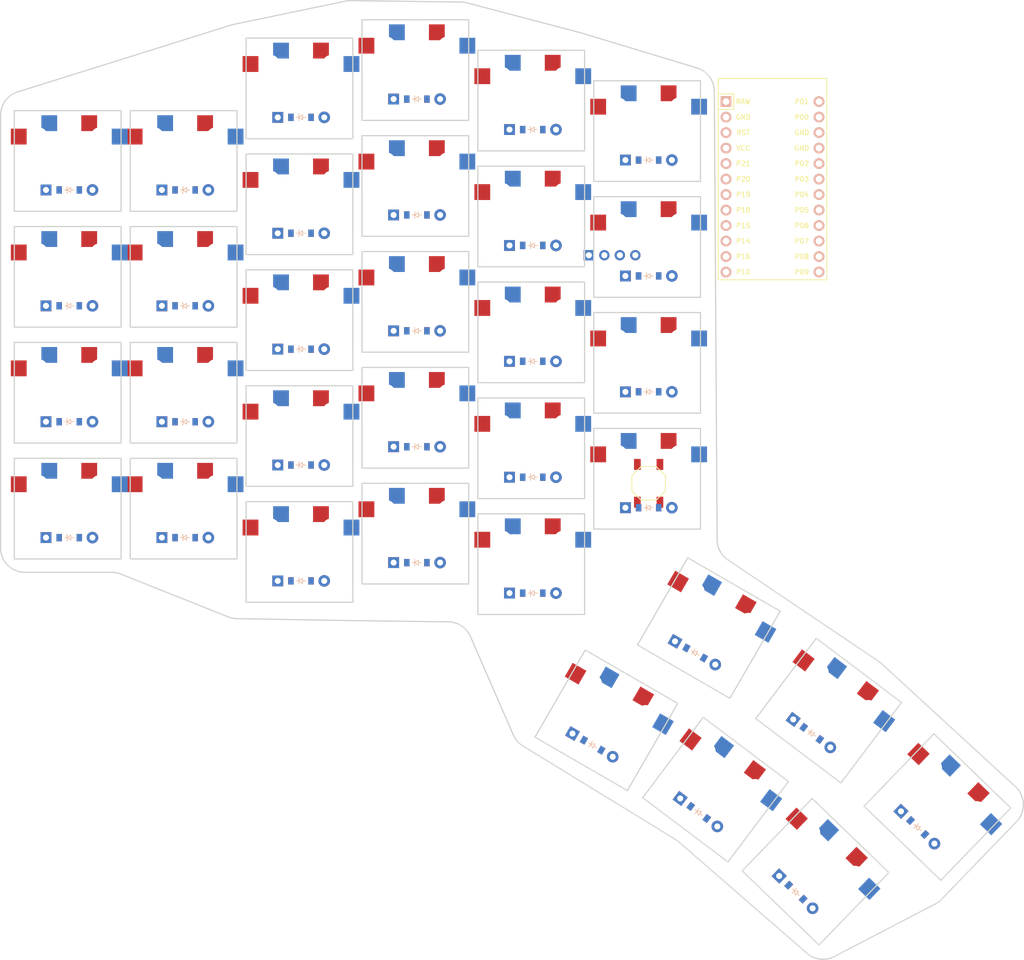
<source format=kicad_pcb>
(kicad_pcb (version 20241229) (generator "pcbnew") (generator_version "9.0")
  (title_block (title "tomahawk") (rev "v1.0.0") (company "Unknown"))
  (layers (0 "F.Cu" signal) (2 "B.Cu" signal) (13 "F.Paste" user) (15 "B.Paste" user) (5 "F.SilkS" user "F.Silkscreen") (7 "B.SilkS" user "B.Silkscreen") (1 "F.Mask" user) (3 "B.Mask" user) (25 "Edge.Cuts" user))
  (net 0 "")
  (net 1 "outer_bottom")
  (net 2 "outer_home")
  (net 3 "outer_top")
  (net 4 "outer_num")
  (net 5 "pinky_bottom")
  (net 6 "pinky_home")
  (net 7 "pinky_top")
  (net 8 "pinky_num")
  (net 9 "ring_mod")
  (net 10 "ring_bottom")
  (net 11 "ring_home")
  (net 12 "ring_top")
  (net 13 "ring_num")
  (net 14 "middle_mod")
  (net 15 "middle_bottom")
  (net 16 "middle_home")
  (net 17 "middle_top")
  (net 18 "middle_num")
  (net 19 "index_mod")
  (net 20 "index_bottom")
  (net 21 "index_home")
  (net 22 "index_top")
  (net 23 "index_num")
  (net 24 "inner_bottom")
  (net 25 "inner_home")
  (net 26 "inner_top")
  (net 27 "inner_num")
  (net 28 "RAW")
  (net 29 "GND")
  (net 30 "RST")
  (net 31 "VCC")
  (net 32 "P21")
  (net 33 "P20")
  (net 34 "P19")
  (net 35 "P18")
  (net 36 "P15")
  (net 37 "P14")
  (net 38 "P16")
  (net 39 "P10")
  (net 40 "P1")
  (net 41 "P0")
  (net 42 "P2")
  (net 43 "P3")
  (net 44 "P4")
  (net 45 "P5")
  (net 46 "P6")
  (net 47 "P7")
  (net 48 "P8")
  (net 49 "P9")
  (footprint "E73:SW_TACT_ALPS_SKQGABE010" (layer "F.Cu") (at 95 -22.9 -90)
    (property "Reference" "B1" (hide yes))
    (property "Value" "" (hide yes))
    (pad "1" smd rect (at -3.1 -1.85 270) (size 1.8 1.1) (layers "F.Cu" "F.Mask" "F.Paste") (net 29 "GND"))
    (pad "1" smd rect (at 3.1 -1.85 270) (size 1.8 1.1) (layers "F.Cu" "F.Mask" "F.Paste") (net 29 "GND"))
    (pad "2" smd rect (at -3.1 1.85 270) (size 1.8 1.1) (layers "F.Cu" "F.Mask" "F.Paste") (net 30 "RST"))
    (pad "2" smd rect (at 3.1 1.85 270) (size 1.8 1.1) (layers "F.Cu" "F.Mask" "F.Paste") (net 30 "RST"))
  )
  (footprint "ComboDiode" (layer "F.Cu") (at 85.812178 20.033013 -30)
    (property "Reference" "D28" (hide yes))
    (property "Value" "" (hide yes))
    (pad "1" thru_hole rect (at -3.81 0 330) (size 1.778 1.778) (drill 0.9906) (layers "*.Cu" "*.Mask"))
    (pad "1" smd rect (at -1.65 0 330) (size 0.9 1.2) (layers "F.Cu" "F.Mask" "F.Paste"))
    (pad "1" smd rect (at -1.65 0 330) (size 0.9 1.2) (layers "B.Cu" "B.Mask" "B.Paste"))
    (pad "2" smd rect (at 1.65 0 330) (size 0.9 1.2) (layers "F.Cu" "F.Mask" "F.Paste") (net 24 "inner_bottom"))
    (pad "2" smd rect (at 1.65 0 330) (size 0.9 1.2) (layers "B.Cu" "B.Mask" "B.Paste") (net 24 "inner_bottom"))
    (pad "2" thru_hole circle (at 3.81 0 330) (size 1.905 1.905) (drill 0.9906) (layers "*.Cu" "*.Mask") (net 24 "inner_bottom"))
  )
  (footprint "ComboDiode" (layer "F.Cu") (at 57 -9.9)
    (property "Reference" "D14" (hide yes))
    (property "Value" "" (hide yes))
    (pad "1" thru_hole rect (at -3.81 0) (size 1.778 1.778) (drill 0.9906) (layers "*.Cu" "*.Mask"))
    (pad "1" smd rect (at -1.65 0) (size 0.9 1.2) (layers "F.Cu" "F.Mask" "F.Paste"))
    (pad "1" smd rect (at -1.65 0) (size 0.9 1.2) (layers "B.Cu" "B.Mask" "B.Paste"))
    (pad "2" smd rect (at 1.65 0) (size 0.9 1.2) (layers "F.Cu" "F.Mask" "F.Paste") (net 14 "middle_mod"))
    (pad "2" smd rect (at 1.65 0) (size 0.9 1.2) (layers "B.Cu" "B.Mask" "B.Paste") (net 14 "middle_mod"))
    (pad "2" thru_hole circle (at 3.81 0) (size 1.905 1.905) (drill 0.9906) (layers "*.Cu" "*.Mask") (net 14 "middle_mod"))
  )
  (footprint "ComboDiode" (layer "F.Cu") (at 57 -85.9)
    (property "Reference" "D18" (hide yes))
    (property "Value" "" (hide yes))
    (pad "1" thru_hole rect (at -3.81 0) (size 1.778 1.778) (drill 0.9906) (layers "*.Cu" "*.Mask"))
    (pad "1" smd rect (at -1.65 0) (size 0.9 1.2) (layers "F.Cu" "F.Mask" "F.Paste"))
    (pad "1" smd rect (at -1.65 0) (size 0.9 1.2) (layers "B.Cu" "B.Mask" "B.Paste"))
    (pad "2" smd rect (at 1.65 0) (size 0.9 1.2) (layers "F.Cu" "F.Mask" "F.Paste") (net 18 "middle_num"))
    (pad "2" smd rect (at 1.65 0) (size 0.9 1.2) (layers "B.Cu" "B.Mask" "B.Paste") (net 18 "middle_num"))
    (pad "2" thru_hole circle (at 3.81 0) (size 1.905 1.905) (drill 0.9906) (layers "*.Cu" "*.Mask") (net 18 "middle_num"))
  )
  (footprint "ComboDiode" (layer "F.Cu") (at 121.745739 18.104065 -37)
    (property "Reference" "D31" (hide yes))
    (property "Value" "" (hide yes))
    (pad "1" thru_hole rect (at -3.81 0 323) (size 1.778 1.778) (drill 0.9906) (layers "*.Cu" "*.Mask"))
    (pad "1" smd rect (at -1.65 0 323) (size 0.9 1.2) (layers "F.Cu" "F.Mask" "F.Paste"))
    (pad "1" smd rect (at -1.65 0 323) (size 0.9 1.2) (layers "B.Cu" "B.Mask" "B.Paste"))
    (pad "2" smd rect (at 1.65 0 323) (size 0.9 1.2) (layers "F.Cu" "F.Mask" "F.Paste") (net 17 "middle_top"))
    (pad "2" smd rect (at 1.65 0 323) (size 0.9 1.2) (layers "B.Cu" "B.Mask" "B.Paste") (net 17 "middle_top"))
    (pad "2" thru_hole circle (at 3.81 0 323) (size 1.905 1.905) (drill 0.9906) (layers "*.Cu" "*.Mask") (net 17 "middle_top"))
  )
  (footprint "ComboDiode" (layer "F.Cu") (at 76 -4.9)
    (property "Reference" "D19" (hide yes))
    (property "Value" "" (hide yes))
    (pad "1" thru_hole rect (at -3.81 0) (size 1.778 1.778) (drill 0.9906) (layers "*.Cu" "*.Mask"))
    (pad "1" smd rect (at -1.65 0) (size 0.9 1.2) (layers "F.Cu" "F.Mask" "F.Paste"))
    (pad "1" smd rect (at -1.65 0) (size 0.9 1.2) (layers "B.Cu" "B.Mask" "B.Paste"))
    (pad "2" smd rect (at 1.65 0) (size 0.9 1.2) (layers "F.Cu" "F.Mask" "F.Paste") (net 19 "index_mod"))
    (pad "2" smd rect (at 1.65 0) (size 0.9 1.2) (layers "B.Cu" "B.Mask" "B.Paste") (net 19 "index_mod"))
    (pad "2" thru_hole circle (at 3.81 0) (size 1.905 1.905) (drill 0.9906) (layers "*.Cu" "*.Mask") (net 19 "index_mod"))
  )
  (footprint "PG1350" (layer "F.Cu") (at 106.225342 27.068845 -37)
    (property "Reference" "S30" (hide yes))
    (property "Value" "" (hide yes))
    (pad "" np_thru_hole circle (at -5.5 0) (size 1.7018 1.7018) (drill 1.7018) (layers "*.Cu" "*.Mask"))
    (pad "" np_thru_hole circle (at -5 -3.75) (size 3 3) (drill 3) (layers "*.Cu" "*.Mask"))
    (pad "" np_thru_hole circle (at 0 -5.95) (size 3 3) (drill 3) (layers "*.Cu" "*.Mask"))
    (pad "" np_thru_hole circle (at 0 -5.95) (size 3 3) (drill 3) (layers "*.Cu" "*.Mask"))
    (pad "" np_thru_hole circle (at 0 0) (size 3.429 3.429) (drill 3.429) (layers "*.Cu" "*.Mask"))
    (pad "" np_thru_hole circle (at 5 -3.75) (size 3 3) (drill 3) (layers "*.Cu" "*.Mask"))
    (pad "" np_thru_hole circle (at 5.5 0) (size 1.7018 1.7018) (drill 1.7018) (layers "*.Cu" "*.Mask"))
    (pad "1" smd rect (at -3.275 -5.95 323) (size 2.6 2.6) (layers "B.Cu" "B.Mask" "B.Paste"))
    (pad "1" smd rect (at 3.275 -5.95 323) (size 2.6 2.6) (layers "F.Cu" "F.Mask" "F.Paste"))
    (pad "2" smd rect (at -8.275 -3.749999 323) (size 2.6 2.6) (layers "F.Cu" "F.Mask" "F.Paste") (net 15 "middle_bottom"))
    (pad "2" smd rect (at 8.275 -3.75 323) (size 2.6 2.6) (layers "B.Cu" "B.Mask" "B.Paste") (net 15 "middle_bottom"))
  )
  (footprint "PG1350" (layer "F.Cu") (at 76 -47.9)
    (property "Reference" "S21" (hide yes))
    (property "Value" "" (hide yes))
    (pad "" np_thru_hole circle (at -5.5 0) (size 1.7018 1.7018) (drill 1.7018) (layers "*.Cu" "*.Mask"))
    (pad "" np_thru_hole circle (at -5 -3.75) (size 3 3) (drill 3) (layers "*.Cu" "*.Mask"))
    (pad "" np_thru_hole circle (at 0 -5.95) (size 3 3) (drill 3) (layers "*.Cu" "*.Mask"))
    (pad "" np_thru_hole circle (at 0 -5.95) (size 3 3) (drill 3) (layers "*.Cu" "*.Mask"))
    (pad "" np_thru_hole circle (at 0 0) (size 3.429 3.429) (drill 3.429) (layers "*.Cu" "*.Mask"))
    (pad "" np_thru_hole circle (at 5 -3.75) (size 3 3) (drill 3) (layers "*.Cu" "*.Mask"))
    (pad "" np_thru_hole circle (at 5.5 0) (size 1.7018 1.7018) (drill 1.7018) (layers "*.Cu" "*.Mask"))
    (pad "1" smd rect (at -3.275 -5.95) (size 2.6 2.6) (layers "B.Cu" "B.Mask" "B.Paste"))
    (pad "1" smd rect (at 3.275 -5.95) (size 2.6 2.6) (layers "F.Cu" "F.Mask" "F.Paste"))
    (pad "2" smd rect (at -8.275 -3.75) (size 2.6 2.6) (layers "F.Cu" "F.Mask" "F.Paste") (net 21 "index_home"))
    (pad "2" smd rect (at 8.275 -3.75) (size 2.6 2.6) (layers "B.Cu" "B.Mask" "B.Paste") (net 21 "index_home"))
  )
  (footprint "PG1350" (layer "F.Cu") (at 0 -19)
    (property "Reference" "S1" (hide yes))
    (property "Value" "" (hide yes))
    (pad "" np_thru_hole circle (at -5.5 0) (size 1.7018 1.7018) (drill 1.7018) (layers "*.Cu" "*.Mask"))
    (pad "" np_thru_hole circle (at -5 -3.75) (size 3 3) (drill 3) (layers "*.Cu" "*.Mask"))
    (pad "" np_thru_hole circle (at 0 -5.95) (size 3 3) (drill 3) (layers "*.Cu" "*.Mask"))
    (pad "" np_thru_hole circle (at 0 -5.95) (size 3 3) (drill 3) (layers "*.Cu" "*.Mask"))
    (pad "" np_thru_hole circle (at 0 0) (size 3.429 3.429) (drill 3.429) (layers "*.Cu" "*.Mask"))
    (pad "" np_thru_hole circle (at 5 -3.75) (size 3 3) (drill 3) (layers "*.Cu" "*.Mask"))
    (pad "" np_thru_hole circle (at 5.5 0) (size 1.7018 1.7018) (drill 1.7018) (layers "*.Cu" "*.Mask"))
    (pad "1" smd rect (at -3.275 -5.95) (size 2.6 2.6) (layers "B.Cu" "B.Mask" "B.Paste"))
    (pad "1" smd rect (at 3.275 -5.95) (size 2.6 2.6) (layers "F.Cu" "F.Mask" "F.Paste"))
    (pad "2" smd rect (at -8.275 -3.75) (size 2.6 2.6) (layers "F.Cu" "F.Mask" "F.Paste") (net 1 "outer_bottom"))
    (pad "2" smd rect (at 8.275 -3.75) (size 2.6 2.6) (layers "B.Cu" "B.Mask" "B.Paste") (net 1 "outer_bottom"))
  )
  (footprint "PG1350" (layer "F.Cu") (at 88.312178 15.702886 -30)
    (property "Reference" "S28" (hide yes))
    (property "Value" "" (hide yes))
    (pad "" np_thru_hole circle (at -5.5 0) (size 1.7018 1.7018) (drill 1.7018) (layers "*.Cu" "*.Mask"))
    (pad "" np_thru_hole circle (at -5 -3.75) (size 3 3) (drill 3) (layers "*.Cu" "*.Mask"))
    (pad "" np_thru_hole circle (at 0 -5.95) (size 3 3) (drill 3) (layers "*.Cu" "*.Mask"))
    (pad "" np_thru_hole circle (at 0 -5.95) (size 3 3) (drill 3) (layers "*.Cu" "*.Mask"))
    (pad "" np_thru_hole circle (at 0 0) (size 3.429 3.429) (drill 3.429) (layers "*.Cu" "*.Mask"))
    (pad "" np_thru_hole circle (at 5 -3.75) (size 3 3) (drill 3) (layers "*.Cu" "*.Mask"))
    (pad "" np_thru_hole circle (at 5.5 0) (size 1.7018 1.7018) (drill 1.7018) (layers "*.Cu" "*.Mask"))
    (pad "1" smd rect (at -3.275 -5.95 330) (size 2.6 2.6) (layers "B.Cu" "B.Mask" "B.Paste"))
    (pad "1" smd rect (at 3.275 -5.95 330) (size 2.6 2.6) (layers "F.Cu" "F.Mask" "F.Paste"))
    (pad "2" smd rect (at -8.275 -3.75 330) (size 2.6 2.6) (layers "F.Cu" "F.Mask" "F.Paste") (net 24 "inner_bottom"))
    (pad "2" smd rect (at 8.275 -3.75 330) (size 2.6 2.6) (layers "B.Cu" "B.Mask" "B.Paste") (net 24 "inner_bottom"))
  )
  (footprint "PG1350" (layer "F.Cu") (at 0 -76)
    (property "Reference" "S4" (hide yes))
    (property "Value" "" (hide yes))
    (pad "" np_thru_hole circle (at -5.5 0) (size 1.7018 1.7018) (drill 1.7018) (layers "*.Cu" "*.Mask"))
    (pad "" np_thru_hole circle (at -5 -3.75) (size 3 3) (drill 3) (layers "*.Cu" "*.Mask"))
    (pad "" np_thru_hole circle (at 0 -5.95) (size 3 3) (drill 3) (layers "*.Cu" "*.Mask"))
    (pad "" np_thru_hole circle (at 0 -5.95) (size 3 3) (drill 3) (layers "*.Cu" "*.Mask"))
    (pad "" np_thru_hole circle (at 0 0) (size 3.429 3.429) (drill 3.429) (layers "*.Cu" "*.Mask"))
    (pad "" np_thru_hole circle (at 5 -3.75) (size 3 3) (drill 3) (layers "*.Cu" "*.Mask"))
    (pad "" np_thru_hole circle (at 5.5 0) (size 1.7018 1.7018) (drill 1.7018) (layers "*.Cu" "*.Mask"))
    (pad "1" smd rect (at -3.275 -5.95) (size 2.6 2.6) (layers "B.Cu" "B.Mask" "B.Paste"))
    (pad "1" smd rect (at 3.275 -5.95) (size 2.6 2.6) (layers "F.Cu" "F.Mask" "F.Paste"))
    (pad "2" smd rect (at -8.275 -3.75) (size 2.6 2.6) (layers "F.Cu" "F.Mask" "F.Paste") (net 4 "outer_num"))
    (pad "2" smd rect (at 8.275 -3.75) (size 2.6 2.6) (layers "B.Cu" "B.Mask" "B.Paste") (net 4 "outer_num"))
  )
  (footprint "ComboDiode" (layer "F.Cu") (at 57 -47.9)
    (property "Reference" "D16" (hide yes))
    (property "Value" "" (hide yes))
    (pad "1" thru_hole rect (at -3.81 0) (size 1.778 1.778) (drill 0.9906) (layers "*.Cu" "*.Mask"))
    (pad "1" smd rect (at -1.65 0) (size 0.9 1.2) (layers "F.Cu" "F.Mask" "F.Paste"))
    (pad "1" smd rect (at -1.65 0) (size 0.9 1.2) (layers "B.Cu" "B.Mask" "B.Paste"))
    (pad "2" smd rect (at 1.65 0) (size 0.9 1.2) (layers "F.Cu" "F.Mask" "F.Paste") (net 16 "middle_home"))
    (pad "2" smd rect (at 1.65 0) (size 0.9 1.2) (layers "B.Cu" "B.Mask" "B.Paste") (net 16 "middle_home"))
    (pad "2" thru_hole circle (at 3.81 0) (size 1.905 1.905) (drill 0.9906) (layers "*.Cu" "*.Mask") (net 16 "middle_home"))
  )
  (footprint "PG1350" (layer "F.Cu") (at 122.619822 40.533151 -44)
    (property "Reference" "S32" (hide yes))
    (property "Value" "" (hide yes))
    (pad "" np_thru_hole circle (at -5.5 0) (size 1.7018 1.7018) (drill 1.7018) (layers "*.Cu" "*.Mask"))
    (pad "" np_thru_hole circle (at -5 -3.75) (size 3 3) (drill 3) (layers "*.Cu" "*.Mask"))
    (pad "" np_thru_hole circle (at 0 -5.95) (size 3 3) (drill 3) (layers "*.Cu" "*.Mask"))
    (pad "" np_thru_hole circle (at 0 -5.95) (size 3 3) (drill 3) (layers "*.Cu" "*.Mask"))
    (pad "" np_thru_hole circle (at 0 0) (size 3.429 3.429) (drill 3.429) (layers "*.Cu" "*.Mask"))
    (pad "" np_thru_hole circle (at 5 -3.75) (size 3 3) (drill 3) (layers "*.Cu" "*.Mask"))
    (pad "" np_thru_hole circle (at 5.5 0) (size 1.7018 1.7018) (drill 1.7018) (layers "*.Cu" "*.Mask"))
    (pad "1" smd rect (at -3.275 -5.95 316) (size 2.6 2.6) (layers "B.Cu" "B.Mask" "B.Paste"))
    (pad "1" smd rect (at 3.275 -5.95 316) (size 2.6 2.6) (layers "F.Cu" "F.Mask" "F.Paste"))
    (pad "2" smd rect (at -8.275 -3.75 316) (size 2.6 2.6) (layers "F.Cu" "F.Mask" "F.Paste") (net 1 "outer_bottom"))
    (pad "2" smd rect (at 8.275 -3.75 316) (size 2.6 2.6) (layers "B.Cu" "B.Mask" "B.Paste") (net 1 "outer_bottom"))
  )
  (footprint "ComboDiode" (layer "F.Cu") (at 19 -71)
    (property "Reference" "D8" (hide yes))
    (property "Value" "" (hide yes))
    (pad "1" thru_hole rect (at -3.81 0) (size 1.778 1.778) (drill 0.9906) (layers "*.Cu" "*.Mask"))
    (pad "1" smd rect (at -1.65 0) (size 0.9 1.2) (layers "F.Cu" "F.Mask" "F.Paste"))
    (pad "1" smd rect (at -1.65 0) (size 0.9 1.2) (layers "B.Cu" "B.Mask" "B.Paste"))
    (pad "2" smd rect (at 1.65 0) (size 0.9 1.2) (layers "F.Cu" "F.Mask" "F.Paste") (net 8 "pinky_num"))
    (pad "2" smd rect (at 1.65 0) (size 0.9 1.2) (layers "B.Cu" "B.Mask" "B.Paste") (net 8 "pinky_num"))
    (pad "2" thru_hole circle (at 3.81 0) (size 1.905 1.905) (drill 0.9906) (layers "*.Cu" "*.Mask") (net 8 "pinky_num"))
  )
  (footprint "ComboDiode" (layer "F.Cu") (at 95 -56.9)
    (property "Reference" "D26" (hide yes))
    (property "Value" "" (hide yes))
    (pad "1" thru_hole rect (at -3.81 0) (size 1.778 1.778) (drill 0.9906) (layers "*.Cu" "*.Mask"))
    (pad "1" smd rect (at -1.65 0) (size 0.9 1.2) (layers "F.Cu" "F.Mask" "F.Paste"))
    (pad "1" smd rect (at -1.65 0) (size 0.9 1.2) (layers "B.Cu" "B.Mask" "B.Paste"))
    (pad "2" smd rect (at 1.65 0) (size 0.9 1.2) (layers "F.Cu" "F.Mask" "F.Paste") (net 26 "inner_top"))
    (pad "2" smd rect (at 1.65 0) (size 0.9 1.2) (layers "B.Cu" "B.Mask" "B.Paste") (net 26 "inner_top"))
    (pad "2" thru_hole circle (at 3.81 0) (size 1.905 1.905) (drill 0.9906) (layers "*.Cu" "*.Mask") (net 26 "inner_top"))
  )
  (footprint "PG1350" (layer "F.Cu") (at 76 -66.9)
    (property "Reference" "S22" (hide yes))
    (property "Value" "" (hide yes))
    (pad "" np_thru_hole circle (at -5.5 0) (size 1.7018 1.7018) (drill 1.7018) (layers "*.Cu" "*.Mask"))
    (pad "" np_thru_hole circle (at -5 -3.75) (size 3 3) (drill 3) (layers "*.Cu" "*.Mask"))
    (pad "" np_thru_hole circle (at 0 -5.95) (size 3 3) (drill 3) (layers "*.Cu" "*.Mask"))
    (pad "" np_thru_hole circle (at 0 -5.95) (size 3 3) (drill 3) (layers "*.Cu" "*.Mask"))
    (pad "" np_thru_hole circle (at 0 0) (size 3.429 3.429) (drill 3.429) (layers "*.Cu" "*.Mask"))
    (pad "" np_thru_hole circle (at 5 -3.75) (size 3 3) (drill 3) (layers "*.Cu" "*.Mask"))
    (pad "" np_thru_hole circle (at 5.5 0) (size 1.7018 1.7018) (drill 1.7018) (layers "*.Cu" "*.Mask"))
    (pad "1" smd rect (at -3.275 -5.95) (size 2.6 2.6) (layers "B.Cu" "B.Mask" "B.Paste"))
    (pad "1" smd rect (at 3.275 -5.95) (size 2.6 2.6) (layers "F.Cu" "F.Mask" "F.Paste"))
    (pad "2" smd rect (at -8.275 -3.75) (size 2.6 2.6) (layers "F.Cu" "F.Mask" "F.Paste") (net 22 "index_top"))
    (pad "2" smd rect (at 8.275 -3.75) (size 2.6 2.6) (layers "B.Cu" "B.Mask" "B.Paste") (net 22 "index_top"))
  )
  (footprint "PG1350" (layer "F.Cu") (at 76 -28.9)
    (property "Reference" "S20" (hide yes))
    (property "Value" "" (hide yes))
    (pad "" np_thru_hole circle (at -5.5 0) (size 1.7018 1.7018) (drill 1.7018) (layers "*.Cu" "*.Mask"))
    (pad "" np_thru_hole circle (at -5 -3.75) (size 3 3) (drill 3) (layers "*.Cu" "*.Mask"))
    (pad "" np_thru_hole circle (at 0 -5.95) (size 3 3) (drill 3) (layers "*.Cu" "*.Mask"))
    (pad "" np_thru_hole circle (at 0 -5.95) (size 3 3) (drill 3) (layers "*.Cu" "*.Mask"))
    (pad "" np_thru_hole circle (at 0 0) (size 3.429 3.429) (drill 3.429) (layers "*.Cu" "*.Mask"))
    (pad "" np_thru_hole circle (at 5 -3.75) (size 3 3) (drill 3) (layers "*.Cu" "*.Mask"))
    (pad "" np_thru_hole circle (at 5.5 0) (size 1.7018 1.7018) (drill 1.7018) (layers "*.Cu" "*.Mask"))
    (pad "1" smd rect (at -3.275 -5.95) (size 2.6 2.6) (layers "B.Cu" "B.Mask" "B.Paste"))
    (pad "1" smd rect (at 3.275 -5.95) (size 2.6 2.6) (layers "F.Cu" "F.Mask" "F.Paste"))
    (pad "2" smd rect (at -8.275 -3.75) (size 2.6 2.6) (layers "F.Cu" "F.Mask" "F.Paste") (net 20 "index_bottom"))
    (pad "2" smd rect (at 8.275 -3.75) (size 2.6 2.6) (layers "B.Cu" "B.Mask" "B.Paste") (net 20 "index_bottom"))
  )
  (footprint "PG1350" (layer "F.Cu") (at 19 -19)
    (property "Reference" "S5" (hide yes))
    (property "Value" "" (hide yes))
    (pad "" np_thru_hole circle (at -5.5 0) (size 1.7018 1.7018) (drill 1.7018) (layers "*.Cu" "*.Mask"))
    (pad "" np_thru_hole circle (at -5 -3.75) (size 3 3) (drill 3) (layers "*.Cu" "*.Mask"))
    (pad "" np_thru_hole circle (at 0 -5.95) (size 3 3) (drill 3) (layers "*.Cu" "*.Mask"))
    (pad "" np_thru_hole circle (at 0 -5.95) (size 3 3) (drill 3) (layers "*.Cu" "*.Mask"))
    (pad "" np_thru_hole circle (at 0 0) (size 3.429 3.429) (drill 3.429) (layers "*.Cu" "*.Mask"))
    (pad "" np_thru_hole circle (at 5 -3.75) (size 3 3) (drill 3) (layers "*.Cu" "*.Mask"))
    (pad "" np_thru_hole circle (at 5.5 0) (size 1.7018 1.7018) (drill 1.7018) (layers "*.Cu" "*.Mask"))
    (pad "1" smd rect (at -3.275 -5.95) (size 2.6 2.6) (layers "B.Cu" "B.Mask" "B.Paste"))
    (pad "1" smd rect (at 3.275 -5.95) (size 2.6 2.6) (layers "F.Cu" "F.Mask" "F.Paste"))
    (pad "2" smd rect (at -8.275 -3.75) (size 2.6 2.6) (layers "F.Cu" "F.Mask" "F.Paste") (net 5 "pinky_bottom"))
    (pad "2" smd rect (at 8.275 -3.75) (size 2.6 2.6) (layers "B.Cu" "B.Mask" "B.Paste") (net 5 "pinky_bottom"))
  )
  (footprint "PG1350" (layer "F.Cu") (at 76 -9.9)
    (property "Reference" "S19" (hide yes))
    (property "Value" "" (hide yes))
    (pad "" np_thru_hole circle (at -5.5 0) (size 1.7018 1.7018) (drill 1.7018) (layers "*.Cu" "*.Mask"))
    (pad "" np_thru_hole circle (at -5 -3.75) (size 3 3) (drill 3) (layers "*.Cu" "*.Mask"))
    (pad "" np_thru_hole circle (at 0 -5.95) (size 3 3) (drill 3) (layers "*.Cu" "*.Mask"))
    (pad "" np_thru_hole circle (at 0 -5.95) (size 3 3) (drill 3) (layers "*.Cu" "*.Mask"))
    (pad "" np_thru_hole circle (at 0 0) (size 3.429 3.429) (drill 3.429) (layers "*.Cu" "*.Mask"))
    (pad "" np_thru_hole circle (at 5 -3.75) (size 3 3) (drill 3) (layers "*.Cu" "*.Mask"))
    (pad "" np_thru_hole circle (at 5.5 0) (size 1.7018 1.7018) (drill 1.7018) (layers "*.Cu" "*.Mask"))
    (pad "1" smd rect (at -3.275 -5.95) (size 2.6 2.6) (layers "B.Cu" "B.Mask" "B.Paste"))
    (pad "1" smd rect (at 3.275 -5.95) (size 2.6 2.6) (layers "F.Cu" "F.Mask" "F.Paste"))
    (pad "2" smd rect (at -8.275 -3.75) (size 2.6 2.6) (layers "F.Cu" "F.Mask" "F.Paste") (net 19 "index_mod"))
    (pad "2" smd rect (at 8.275 -3.75) (size 2.6 2.6) (layers "B.Cu" "B.Mask" "B.Paste") (net 19 "index_mod"))
  )
  (footprint "ComboDiode" (layer "F.Cu") (at 103.216267 31.062023 -37)
    (property "Reference" "D30" (hide yes))
    (property "Value" "" (hide yes))
    (pad "1" thru_hole rect (at -3.81 0 323) (size 1.778 1.778) (drill 0.9906) (layers "*.Cu" "*.Mask"))
    (pad "1" smd rect (at -1.65 0 323) (size 0.9 1.2) (layers "F.Cu" "F.Mask" "F.Paste"))
    (pad "1" smd rect (at -1.65 0 323) (size 0.9 1.2) (layers "B.Cu" "B.Mask" "B.Paste"))
    (pad "2" smd rect (at 1.65 0 323) (size 0.9 1.2) (layers "F.Cu" "F.Mask" "F.Paste") (net 15 "middle_bottom"))
    (pad "2" smd rect (at 1.65 0 323) (size 0.9 1.2) (layers "B.Cu" "B.Mask" "B.Paste") (net 15 "middle_bottom"))
    (pad "2" thru_hole circle (at 3.81 0 323) (size 1.905 1.905) (drill 0.9906) (layers "*.Cu" "*.Mask") (net 15 "middle_bottom"))
  )
  (footprint "ComboDiode" (layer "F.Cu") (at 119.14653 44.12985 -44)
    (property "Reference" "D32" (hide yes))
    (property "Value" "" (hide yes))
    (pad "1" thru_hole rect (at -3.81 0.000001 316) (size 1.778 1.778) (drill 0.9906) (layers "*.Cu" "*.Mask"))
    (pad "1" smd rect (at -1.65 0 316) (size 0.9 1.2) (layers "F.Cu" "F.Mask" "F.Paste"))
    (pad "1" smd rect (at -1.65 0 316) (size 0.9 1.2) (layers "B.Cu" "B.Mask" "B.Paste"))
    (pad "2" smd rect (at 1.65 0 316) (size 0.9 1.2) (layers "F.Cu" "F.Mask" "F.Paste") (net 1 "outer_bottom"))
    (pad "2" smd rect (at 1.65 0 316) (size 0.9 1.2) (layers "B.Cu" "B.Mask" "B.Paste") (net 1 "outer_bottom"))
    (pad "2" thru_hole circle (at 3.81 -0.000001 316) (size 1.905 1.905) (drill 0.9906) (layers "*.Cu" "*.Mask") (net 1 "outer_bottom"))
  )
  (footprint "ComboDiode" (layer "F.Cu") (at 38 -25.9)
    (property "Reference" "D10" (hide yes))
    (property "Value" "" (hide yes))
    (pad "1" thru_hole rect (at -3.81 0) (size 1.778 1.778) (drill 0.9906) (layers "*.Cu" "*.Mask"))
    (pad "1" smd rect (at -1.65 0) (size 0.9 1.2) (layers "F.Cu" "F.Mask" "F.Paste"))
    (pad "1" smd rect (at -1.65 0) (size 0.9 1.2) (layers "B.Cu" "B.Mask" "B.Paste"))
    (pad "2" smd rect (at 1.65 0) (size 0.9 1.2) (layers "F.Cu" "F.Mask" "F.Paste") (net 10 "ring_bottom"))
    (pad "2" smd rect (at 1.65 0) (size 0.9 1.2) (layers "B.Cu" "B.Mask" "B.Paste") (net 10 "ring_bottom"))
    (pad "2" thru_hole circle (at 3.81 0) (size 1.905 1.905) (drill 0.9906) (layers "*.Cu" "*.Mask") (net 10 "ring_bottom"))
  )
  (footprint "PG1350" (layer "F.Cu") (at 19 -38)
    (property "Reference" "S6" (hide yes))
    (property "Value" "" (hide yes))
    (pad "" np_thru_hole circle (at -5.5 0) (size 1.7018 1.7018) (drill 1.7018) (layers "*.Cu" "*.Mask"))
    (pad "" np_thru_hole circle (at -5 -3.75) (size 3 3) (drill 3) (layers "*.Cu" "*.Mask"))
    (pad "" np_thru_hole circle (at 0 -5.95) (size 3 3) (drill 3) (layers "*.Cu" "*.Mask"))
    (pad "" np_thru_hole circle (at 0 -5.95) (size 3 3) (drill 3) (layers "*.Cu" "*.Mask"))
    (pad "" np_thru_hole circle (at 0 0) (size 3.429 3.429) (drill 3.429) (layers "*.Cu" "*.Mask"))
    (pad "" np_thru_hole circle (at 5 -3.75) (size 3 3) (drill 3) (layers "*.Cu" "*.Mask"))
    (pad "" np_thru_hole circle (at 5.5 0) (size 1.7018 1.7018) (drill 1.7018) (layers "*.Cu" "*.Mask"))
    (pad "1" smd rect (at -3.275 -5.95) (size 2.6 2.6) (layers "B.Cu" "B.Mask" "B.Paste"))
    (pad "1" smd rect (at 3.275 -5.95) (size 2.6 2.6) (layers "F.Cu" "F.Mask" "F.Paste"))
    (pad "2" smd rect (at -8.275 -3.75) (size 2.6 2.6) (layers "F.Cu" "F.Mask" "F.Paste") (net 6 "pinky_home"))
    (pad "2" smd rect (at 8.275 -3.75) (size 2.6 2.6) (layers "B.Cu" "B.Mask" "B.Paste") (net 6 "pinky_home"))
  )
  (footprint "PG1350" (layer "F.Cu") (at 57 -33.9)
    (property "Reference" "S15" (hide yes))
    (property "Value" "" (hide yes))
    (pad "" np_thru_hole circle (at -5.5 0) (size 1.7018 1.7018) (drill 1.7018) (layers "*.Cu" "*.Mask"))
    (pad "" np_thru_hole circle (at -5 -3.75) (size 3 3) (drill 3) (layers "*.Cu" "*.Mask"))
    (pad "" np_thru_hole circle (at 0 -5.95) (size 3 3) (drill 3) (layers "*.Cu" "*.Mask"))
    (pad "" np_thru_hole circle (at 0 -5.95) (size 3 3) (drill 3) (layers "*.Cu" "*.Mask"))
    (pad "" np_thru_hole circle (at 0 0) (size 3.429 3.429) (drill 3.429) (layers "*.Cu" "*.Mask"))
    (pad "" np_thru_hole circle (at 5 -3.75) (size 3 3) (drill 3) (layers "*.Cu" "*.Mask"))
    (pad "" np_thru_hole circle (at 5.5 0) (size 1.7018 1.7018) (drill 1.7018) (layers "*.Cu" "*.Mask"))
    (pad "1" smd rect (at -3.275 -5.95) (size 2.6 2.6) (layers "B.Cu" "B.Mask" "B.Paste"))
    (pad "1" smd rect (at 3.275 -5.95) (size 2.6 2.6) (layers "F.Cu" "F.Mask" "F.Paste"))
    (pad "2" smd rect (at -8.275 -3.75) (size 2.6 2.6) (layers "F.Cu" "F.Mask" "F.Paste") (net 15 "middle_bottom"))
    (pad "2" smd rect (at 8.275 -3.75) (size 2.6 2.6) (layers "B.Cu" "B.Mask" "B.Paste") (net 15 "middle_bottom"))
  )
  (footprint "ComboDiode" (layer "F.Cu") (at 19 -14)
    (property "Reference" "D5" (hide yes))
    (property "Value" "" (hide yes))
    (pad "1" thru_hole rect (at -3.81 0) (size 1.778 1.778) (drill 0.9906) (layers "*.Cu" "*.Mask"))
    (pad "1" smd rect (at -1.65 0) (size 0.9 1.2) (layers "F.Cu" "F.Mask" "F.Paste"))
    (pad "1" smd rect (at -1.65 0) (size 0.9 1.2) (layers "B.Cu" "B.Mask" "B.Paste"))
    (pad "2" smd rect (at 1.65 0) (size 0.9 1.2) (layers "F.Cu" "F.Mask" "F.Paste") (net 5 "pinky_bottom"))
    (pad "2" smd rect (at 1.65 0) (size 0.9 1.2) (layers "B.Cu" "B.Mask" "B.Paste") (net 5 "pinky_bottom"))
    (pad "2" thru_hole circle (at 3.81 0) (size 1.905 1.905) (drill 0.9906) (layers "*.Cu" "*.Mask") (net 5 "pinky_bottom"))
  )
  (footprint "PG1350" (layer "F.Cu") (at 19 -57)
    (property "Reference" "S7" (hide yes))
    (property "Value" "" (hide yes))
    (pad "" np_thru_hole circle (at -5.5 0) (size 1.7018 1.7018) (drill 1.7018) (layers "*.Cu" "*.Mask"))
    (pad "" np_thru_hole circle (at -5 -3.75) (size 3 3) (drill 3) (layers "*.Cu" "*.Mask"))
    (pad "" np_thru_hole circle (at 0 -5.95) (size 3 3) (drill 3) (layers "*.Cu" "*.Mask"))
    (pad "" np_thru_hole circle (at 0 -5.95) (size 3 3) (drill 3) (layers "*.Cu" "*.Mask"))
    (pad "" np_thru_hole circle (at 0 0) (size 3.429 3.429) (drill 3.429) (layers "*.Cu" "*.Mask"))
    (pad "" np_thru_hole circle (at 5 -3.75) (size 3 3) (drill 3) (layers "*.Cu" "*.Mask"))
    (pad "" np_thru_hole circle (at 5.5 0) (size 1.7018 1.7018) (drill 1.7018) (layers "*.Cu" "*.Mask"))
    (pad "1" smd rect (at -3.275 -5.95) (size 2.6 2.6) (layers "B.Cu" "B.Mask" "B.Paste"))
    (pad "1" smd rect (at 3.275 -5.95) (size 2.6 2.6) (layers "F.Cu" "F.Mask" "F.Paste"))
    (pad "2" smd rect (at -8.275 -3.75) (size 2.6 2.6) (layers "F.Cu" "F.Mask" "F.Paste") (net 7 "pinky_top"))
    (pad "2" smd rect (at 8.275 -3.75) (size 2.6 2.6) (layers "B.Cu" "B.Mask" "B.Paste") (net 7 "pinky_top"))
  )
  (footprint "PG1350" (layer "F.Cu") (at 95 -80.9)
    (property "Reference" "S27" (hide yes))
    (property "Value" "" (hide yes))
    (pad "" np_thru_hole circle (at -5.5 0) (size 1.7018 1.7018) (drill 1.7018) (layers "*.Cu" "*.Mask"))
    (pad "" np_thru_hole circle (at -5 -3.75) (size 3 3) (drill 3) (layers "*.Cu" "*.Mask"))
    (pad "" np_thru_hole circle (at 0 -5.95) (size 3 3) (drill 3) (layers "*.Cu" "*.Mask"))
    (pad "" np_thru_hole circle (at 0 -5.95) (size 3 3) (drill 3) (layers "*.Cu" "*.Mask"))
    (pad "" np_thru_hole circle (at 0 0) (size 3.429 3.429) (drill 3.429) (layers "*.Cu" "*.Mask"))
    (pad "" np_thru_hole circle (at 5 -3.75) (size 3 3) (drill 3) (layers "*.Cu" "*.Mask"))
    (pad "" np_thru_hole circle (at 5.5 0) (size 1.7018 1.7018) (drill 1.7018) (layers "*.Cu" "*.Mask"))
    (pad "1" smd rect (at -3.275 -5.95) (size 2.6 2.6) (layers "B.Cu" "B.Mask" "B.Paste"))
    (pad "1" smd rect (at 3.275 -5.95) (size 2.6 2.6) (layers "F.Cu" "F.Mask" "F.Paste"))
    (pad "2" smd rect (at -8.275 -3.75) (size 2.6 2.6) (layers "F.Cu" "F.Mask" "F.Paste") (net 27 "inner_num"))
    (pad "2" smd rect (at 8.275 -3.75) (size 2.6 2.6) (layers "B.Cu" "B.Mask" "B.Paste") (net 27 "inner_num"))
  )
  (footprint "PG1350" (layer "F.Cu") (at 57 -52.9)
    (property "Reference" "S16" (hide yes))
    (property "Value" "" (hide yes))
    (pad "" np_thru_hole circle (at -5.5 0) (size 1.7018 1.7018) (drill 1.7018) (layers "*.Cu" "*.Mask"))
    (pad "" np_thru_hole circle (at -5 -3.75) (size 3 3) (drill 3) (layers "*.Cu" "*.Mask"))
    (pad "" np_thru_hole circle (at 0 -5.95) (size 3 3) (drill 3) (layers "*.Cu" "*.Mask"))
    (pad "" np_thru_hole circle (at 0 -5.95) (size 3 3) (drill 3) (layers "*.Cu" "*.Mask"))
    (pad "" np_thru_hole circle (at 0 0) (size 3.429 3.429) (drill 3.429) (layers "*.Cu" "*.Mask"))
    (pad "" np_thru_hole circle (at 5 -3.75) (size 3 3) (drill 3) (layers "*.Cu" "*.Mask"))
    (pad "" np_thru_hole circle (at 5.5 0) (size 1.7018 1.7018) (drill 1.7018) (layers "*.Cu" "*.Mask"))
    (pad "1" smd rect (at -3.275 -5.95) (size 2.6 2.6) (layers "B.Cu" "B.Mask" "B.Paste"))
    (pad "1" smd rect (at 3.275 -5.95) (size 2.6 2.6) (layers "F.Cu" "F.Mask" "F.Paste"))
    (pad "2" smd rect (at -8.275 -3.75) (size 2.6 2.6) (layers "F.Cu" "F.Mask" "F.Paste") (net 16 "middle_home"))
    (pad "2" smd rect (at 8.275 -3.75) (size 2.6 2.6) (layers "B.Cu" "B.Mask" "B.Paste") (net 16 "middle_home"))
  )
  (footprint "PG1350" (layer "F.Cu") (at 57 -71.9)
    (property "Reference" "S17" (hide yes))
    (property "Value" "" (hide yes))
    (pad "" np_thru_hole circle (at -5.5 0) (size 1.7018 1.7018) (drill 1.7018) (layers "*.Cu" "*.Mask"))
    (pad "" np_thru_hole circle (at -5 -3.75) (size 3 3) (drill 3) (layers "*.Cu" "*.Mask"))
    (pad "" np_thru_hole circle (at 0 -5.95) (size 3 3) (drill 3) (layers "*.Cu" "*.Mask"))
    (pad "" np_thru_hole circle (at 0 -5.95) (size 3 3) (drill 3) (layers "*.Cu" "*.Mask"))
    (pad "" np_thru_hole circle (at 0 0) (size 3.429 3.429) (drill 3.429) (layers "*.Cu" "*.Mask"))
    (pad "" np_thru_hole circle (at 5 -3.75) (size 3 3) (drill 3) (layers "*.Cu" "*.Mask"))
    (pad "" np_thru_hole circle (at 5.5 0) (size 1.7018 1.7018) (drill 1.7018) (layers "*.Cu" "*.Mask"))
    (pad "1" smd rect (at -3.275 -5.95) (size 2.6 2.6) (layers "B.Cu" "B.Mask" "B.Paste"))
    (pad "1" smd rect (at 3.275 -5.95) (size 2.6 2.6) (layers "F.Cu" "F.Mask" "F.Paste"))
    (pad "2" smd rect (at -8.275 -3.75) (size 2.6 2.6) (layers "F.Cu" "F.Mask" "F.Paste") (net 17 "middle_top"))
    (pad "2" smd rect (at 8.275 -3.75) (size 2.6 2.6) (layers "B.Cu" "B.Mask" "B.Paste") (net 17 "middle_top"))
  )
  (footprint "PG1350" (layer "F.Cu") (at 105.124356 0.58334 -30)
    (property "Reference" "S29" (hide yes))
    (property "Value" "" (hide yes))
    (pad "" np_thru_hole circle (at -5.5 0) (size 1.7018 1.7018) (drill 1.7018) (layers "*.Cu" "*.Mask"))
    (pad "" np_thru_hole circle (at -5 -3.75) (size 3 3) (drill 3) (layers "*.Cu" "*.Mask"))
    (pad "" np_thru_hole circle (at 0 -5.95) (size 3 3) (drill 3) (layers "*.Cu" "*.Mask"))
    (pad "" np_thru_hole circle (at 0 -5.95) (size 3 3) (drill 3) (layers "*.Cu" "*.Mask"))
    (pad "" np_thru_hole circle (at 0 0) (size 3.429 3.429) (drill 3.429) (layers "*.Cu" "*.Mask"))
    (pad "" np_thru_hole circle (at 5 -3.75) (size 3 3) (drill 3) (layers "*.Cu" "*.Mask"))
    (pad "" np_thru_hole circle (at 5.5 0) (size 1.7018 1.7018) (drill 1.7018) (layers "*.Cu" "*.Mask"))
    (pad "1" smd rect (at -3.275 -5.95 330) (size 2.6 2.6) (layers "B.Cu" "B.Mask" "B.Paste"))
    (pad "1" smd rect (at 3.275 -5.95 330) (size 2.6 2.6) (layers "F.Cu" "F.Mask" "F.Paste"))
    (pad "2" smd rect (at -8.275 -3.75 330) (size 2.6 2.6) (layers "F.Cu" "F.Mask" "F.Paste") (net 26 "inner_top"))
    (pad "2" smd rect (at 8.275 -3.75 330) (size 2.6 2.6) (layers "B.Cu" "B.Mask" "B.Paste") (net 26 "inner_top"))
  )
  (footprint "ComboDiode" (layer "F.Cu") (at 76 -61.9)
    (property "Reference" "D22" (hide yes))
    (property "Value" "" (hide yes))
    (pad "1" thru_hole rect (at -3.81 0) (size 1.778 1.778) (drill 0.9906) (layers "*.Cu" "*.Mask"))
    (pad "1" smd rect (at -1.65 0) (size 0.9 1.2) (layers "F.Cu" "F.Mask" "F.Paste"))
    (pad "1" smd rect (at -1.65 0) (size 0.9 1.2) (layers "B.Cu" "B.Mask" "B.Paste"))
    (pad "2" smd rect (at 1.65 0) (size 0.9 1.2) (layers "F.Cu" "F.Mask" "F.Paste") (net 22 "index_top"))
    (pad "2" smd rect (at 1.65 0) (size 0.9 1.2) (layers "B.Cu" "B.Mask" "B.Paste") (net 22 "index_top"))
    (pad "2" thru_hole circle (at 3.81 0) (size 1.905 1.905) (drill 0.9906) (layers "*.Cu" "*.Mask") (net 22 "index_top"))
  )
  (footprint "PG1350" (layer "F.Cu") (at 38 -49.9)
    (property "Reference" "S11" (hide yes))
    (property "Value" "" (hide yes))
    (pad "" np_thru_hole circle (at -5.5 0) (size 1.7018 1.7018) (drill 1.7018) (layers "*.Cu" "*.Mask"))
    (pad "" np_thru_hole circle (at -5 -3.75) (size 3 3) (drill 3) (layers "*.Cu" "*.Mask"))
    (pad "" np_thru_hole circle (at 0 -5.95) (size 3 3) (drill 3) (layers "*.Cu" "*.Mask"))
    (pad "" np_thru_hole circle (at 0 -5.95) (size 3 3) (drill 3) (layers "*.Cu" "*.Mask"))
    (pad "" np_thru_hole circle (at 0 0) (size 3.429 3.429) (drill 3.429) (layers "*.Cu" "*.Mask"))
    (pad "" np_thru_hole circle (at 5 -3.75) (size 3 3) (drill 3) (layers "*.Cu" "*.Mask"))
    (pad "" np_thru_hole circle (at 5.5 0) (size 1.7018 1.7018) (drill 1.7018) (layers "*.Cu" "*.Mask"))
    (pad "1" smd rect (at -3.275 -5.95) (size 2.6 2.6) (layers "B.Cu" "B.Mask" "B.Paste"))
    (pad "1" smd rect (at 3.275 -5.95) (size 2.6 2.6) (layers "F.Cu" "F.Mask" "F.Paste"))
    (pad "2" smd rect (at -8.275 -3.75) (size 2.6 2.6) (layers "F.Cu" "F.Mask" "F.Paste") (net 11 "ring_home"))
    (pad "2" smd rect (at 8.275 -3.75) (size 2.6 2.6) (layers "B.Cu" "B.Mask" "B.Paste") (net 11 "ring_home"))
  )
  (footprint "ComboDiode" (layer "F.Cu") (at 76 -80.9)
    (property "Reference" "D23" (hide yes))
    (property "Value" "" (hide yes))
    (pad "1" thru_hole rect (at -3.81 0) (size 1.778 1.778) (drill 0.9906) (layers "*.Cu" "*.Mask"))
    (pad "1" smd rect (at -1.65 0) (size 0.9 1.2) (layers "F.Cu" "F.Mask" "F.Paste"))
    (pad "1" smd rect (at -1.65 0) (size 0.9 1.2) (layers "B.Cu" "B.Mask" "B.Paste"))
    (pad "2" smd rect (at 1.65 0) (size 0.9 1.2) (layers "F.Cu" "F.Mask" "F.Paste") (net 23 "index_num"))
    (pad "2" smd rect (at 1.65 0) (size 0.9 1.2) (layers "B.Cu" "B.Mask" "B.Paste") (net 23 "index_num"))
    (pad "2" thru_hole circle (at 3.81 0) (size 1.905 1.905) (drill 0.9906) (layers "*.Cu" "*.Mask") (net 23 "index_num"))
  )
  (footprint "ComboDiode" (layer "F.Cu") (at 57 -66.9)
    (property "Reference" "D17" (hide yes))
    (property "Value" "" (hide yes))
    (pad "1" thru_hole rect (at -3.81 0) (size 1.778 1.778) (drill 0.9906) (layers "*.Cu" "*.Mask"))
    (pad "1" smd rect (at -1.65 0) (size 0.9 1.2) (layers "F.Cu" "F.Mask" "F.Paste"))
    (pad "1" smd rect (at -1.65 0) (size 0.9 1.2) (layers "B.Cu" "B.Mask" "B.Paste"))
    (pad "2" smd rect (at 1.65 0) (size 0.9 1.2) (layers "F.Cu" "F.Mask" "F.Paste") (net 17 "middle_top"))
    (pad "2" smd rect (at 1.65 0) (size 0.9 1.2) (layers "B.Cu" "B.Mask" "B.Paste") (net 17 "middle_top"))
    (pad "2" thru_hole circle (at 3.81 0) (size 1.905 1.905) (drill 0.9906) (layers "*.Cu" "*.Mask") (net 17 "middle_top"))
  )
  (footprint "ComboDiode" (layer "F.Cu") (at 76 -42.9)
    (property "Reference" "D21" (hide yes))
    (property "Value" "" (hide yes))
    (pad "1" thru_hole rect (at -3.81 0) (size 1.778 1.778) (drill 0.9906) (layers "*.Cu" "*.Mask"))
    (pad "1" smd rect (at -1.65 0) (size 0.9 1.2) (layers "F.Cu" "F.Mask" "F.Paste"))
    (pad "1" smd rect (at -1.65 0) (size 0.9 1.2) (layers "B.Cu" "B.Mask" "B.Paste"))
    (pad "2" smd rect (at 1.65 0) (size 0.9 1.2) (layers "F.Cu" "F.Mask" "F.Paste") (net 21 "index_home"))
    (pad "2" smd rect (at 1.65 0) (size 0.9 1.2) (layers "B.Cu" "B.Mask" "B.Paste") (net 21 "index_home"))
    (pad "2" thru_hole circle (at 3.81 0) (size 1.905 1.905) (drill 0.9906) (layers "*.Cu" "*.Mask") (net 21 "index_home"))
  )
  (footprint "ComboDiode" (layer "F.Cu") (at 95 -18.9)
    (property "Reference" "D24" (hide yes))
    (property "Value" "" (hide yes))
    (pad "1" thru_hole rect (at -3.81 0) (size 1.778 1.778) (drill 0.9906) (layers "*.Cu" "*.Mask"))
    (pad "1" smd rect (at -1.65 0) (size 0.9 1.2) (layers "F.Cu" "F.Mask" "F.Paste"))
    (pad "1" smd rect (at -1.65 0) (size 0.9 1.2) (layers "B.Cu" "B.Mask" "B.Paste"))
    (pad "2" smd rect (at 1.65 0) (size 0.9 1.2) (layers "F.Cu" "F.Mask" "F.Paste") (net 24 "inner_bottom"))
    (pad "2" smd rect (at 1.65 0) (size 0.9 1.2) (layers "B.Cu" "B.Mask" "B.Paste") (net 24 "inner_bottom"))
    (pad "2" thru_hole circle (at 3.81 0) (size 1.905 1.905) (drill 0.9906) (layers "*.Cu" "*.Mask") (net 24 "inner_bottom"))
  )
  (footprint "ComboDiode" (layer "F.Cu") (at 38 -44.9)
    (property "Reference" "D11" (hide yes))
    (property "Value" "" (hide yes))
    (pad "1" thru_hole rect (at -3.81 0) (size 1.778 1.778) (drill 0.9906) (layers "*.Cu" "*.Mask"))
    (pad "1" smd rect (at -1.65 0) (size 0.9 1.2) (layers "F.Cu" "F.Mask" "F.Paste"))
    (pad "1" smd rect (at -1.65 0) (size 0.9 1.2) (layers "B.Cu" "B.Mask" "B.Paste"))
    (pad "2" smd rect (at 1.65 0) (size 0.9 1.2) (layers "F.Cu" "F.Mask" "F.Paste") (net 11 "ring_home"))
    (pad "2" smd rect (at 1.65 0) (size 0.9 1.2) (layers "B.Cu" "B.Mask" "B.Paste") (net 11 "ring_home"))
    (pad "2" thru_hole circle (at 3.81 0) (size 1.905 1.905) (drill 0.9906) (layers "*.Cu" "*.Mask") (net 11 "ring_home"))
  )
  (footprint "PG1350" (layer "F.Cu") (at 19 -76)
    (property "Reference" "S8" (hide yes))
    (property "Value" "" (hide yes))
    (pad "" np_thru_hole circle (at -5.5 0) (size 1.7018 1.7018) (drill 1.7018) (layers "*.Cu" "*.Mask"))
    (pad "" np_thru_hole circle (at -5 -3.75) (size 3 3) (drill 3) (layers "*.Cu" "*.Mask"))
    (pad "" np_thru_hole circle (at 0 -5.95) (size 3 3) (drill 3) (layers "*.Cu" "*.Mask"))
    (pad "" np_thru_hole circle (at 0 -5.95) (size 3 3) (drill 3) (layers "*.Cu" "*.Mask"))
    (pad "" np_thru_hole circle (at 0 0) (size 3.429 3.429) (drill 3.429) (layers "*.Cu" "*.Mask"))
    (pad "" np_thru_hole circle (at 5 -3.75) (size 3 3) (drill 3) (layers "*.Cu" "*.Mask"))
    (pad "" np_thru_hole circle (at 5.5 0) (size 1.7018 1.7018) (drill 1.7018) (layers "*.Cu" "*.Mask"))
    (pad "1" smd rect (at -3.275 -5.95) (size 2.6 2.6) (layers "B.Cu" "B.Mask" "B.Paste"))
    (pad "1" smd rect (at 3.275 -5.95) (size 2.6 2.6) (layers "F.Cu" "F.Mask" "F.Paste"))
    (pad "2" smd rect (at -8.275 -3.75) (size 2.6 2.6) (layers "F.Cu" "F.Mask" "F.Paste") (net 8 "pinky_num"))
    (pad "2" smd rect (at 8.275 -3.75) (size 2.6 2.6) (layers "B.Cu" "B.Mask" "B.Paste") (net 8 "pinky_num"))
  )
  (footprint "PG1350" (layer "F.Cu") (at 57 -14.9)
    (property "Reference" "S14" (hide yes))
    (property "Value" "" (hide yes))
    (pad "" np_thru_hole circle (at -5.5 0) (size 1.7018 1.7018) (drill 1.7018) (layers "*.Cu" "*.Mask"))
    (pad "" np_thru_hole circle (at -5 -3.75) (size 3 3) (drill 3) (layers "*.Cu" "*.Mask"))
    (pad "" np_thru_hole circle (at 0 -5.95) (size 3 3) (drill 3) (layers "*.Cu" "*.Mask"))
    (pad "" np_thru_hole circle (at 0 -5.95) (size 3 3) (drill 3) (layers "*.Cu" "*.Mask"))
    (pad "" np_thru_hole circle (at 0 0) (size 3.429 3.429) (drill 3.429) (layers "*.Cu" "*.Mask"))
    (pad "" np_thru_hole circle (at 5 -3.75) (size 3 3) (drill 3) (layers "*.Cu" "*.Mask"))
    (pad "" np_thru_hole circle (at 5.5 0) (size 1.7018 1.7018) (drill 1.7018) (layers "*.Cu" "*.Mask"))
    (pad "1" smd rect (at -3.275 -5.95) (size 2.6 2.6) (layers "B.Cu" "B.Mask" "B.Paste"))
    (pad "1" smd rect (at 3.275 -5.95) (size 2.6 2.6) (layers "F.Cu" "F.Mask" "F.Paste"))
    (pad "2" smd rect (at -8.275 -3.75) (size 2.6 2.6) (layers "F.Cu" "F.Mask" "F.Paste") (net 14 "middle_mod"))
    (pad "2" smd rect (at 8.275 -3.75) (size 2.6 2.6) (layers "B.Cu" "B.Mask" "B.Paste") (net 14 "middle_mod"))
  )
  (footprint "ComboDiode" (layer "F.Cu") (at 76 -23.9)
    (property "Reference" "D20" (hide yes))
    (property "Value" "" (hide yes))
    (pad "1" thru_hole rect (at -3.81 0) (size 1.778 1.778) (drill 0.9906) (layers "*.Cu" "*.Mask"))
    (pad "1" smd rect (at -1.65 0) (size 0.9 1.2) (layers "F.Cu" "F.Mask" "F.Paste"))
    (pad "1" smd rect (at -1.65 0) (size 0.9 1.2) (layers "B.Cu" "B.Mask" "B.Paste"))
    (pad "2" smd rect (at 1.65 0) (size 0.9 1.2) (layers "F.Cu" "F.Mask" "F.Paste") (net 20 "index_bottom"))
    (pad "2" smd rect (at 1.65 0) (size 0.9 1.2) (layers "B.Cu" "B.Mask" "B.Paste") (net 20 "index_bottom"))
    (pad "2" thru_hole circle (at 3.81 0) (size 1.905 1.905) (drill 0.9906) (layers "*.Cu" "*.Mask") (net 20 "index_bottom"))
  )
  (footprint "PG1350" (layer "F.Cu") (at 0 -38)
    (property "Reference" "S2" (hide yes))
    (property "Value" "" (hide yes))
    (pad "" np_thru_hole circle (at -5.5 0) (size 1.7018 1.7018) (drill 1.7018) (layers "*.Cu" "*.Mask"))
    (pad "" np_thru_hole circle (at -5 -3.75) (size 3 3) (drill 3) (layers "*.Cu" "*.Mask"))
    (pad "" np_thru_hole circle (at 0 -5.95) (size 3 3) (drill 3) (layers "*.Cu" "*.Mask"))
    (pad "" np_thru_hole circle (at 0 -5.95) (size 3 3) (drill 3) (layers "*.Cu" "*.Mask"))
    (pad "" np_thru_hole circle (at 0 0) (size 3.429 3.429) (drill 3.429) (layers "*.Cu" "*.Mask"))
    (pad "" np_thru_hole circle (at 5 -3.75) (size 3 3) (drill 3) (layers "*.Cu" "*.Mask"))
    (pad "" np_thru_hole circle (at 5.5 0) (size 1.7018 1.7018) (drill 1.7018) (layers "*.Cu" "*.Mask"))
    (pad "1" smd rect (at -3.275 -5.95) (size 2.6 2.6) (layers "B.Cu" "B.Mask" "B.Paste"))
    (pad "1" smd rect (at 3.275 -5.95) (size 2.6 2.6) (layers "F.Cu" "F.Mask" "F.Paste"))
    (pad "2" smd rect (at -8.275 -3.75) (size 2.6 2.6) (layers "F.Cu" "F.Mask" "F.Paste") (net 2 "outer_home"))
    (pad "2" smd rect (at 8.275 -3.75) (size 2.6 2.6) (layers "B.Cu" "B.Mask" "B.Paste") (net 2 "outer_home"))
  )
  (footprint "ComboDiode" (layer "F.Cu") (at 0 -52)
    (property "Reference" "D3" (hide yes))
    (property "Value" "" (hide yes))
    (pad "1" thru_hole rect (at -3.81 0) (size 1.778 1.778) (drill 0.9906) (layers "*.Cu" "*.Mask"))
    (pad "1" smd rect (at -1.65 0) (size 0.9 1.2) (layers "F.Cu" "F.Mask" "F.Paste"))
    (pad "1" smd rect (at -1.65 0) (size 0.9 1.2) (layers "B.Cu" "B.Mask" "B.Paste"))
    (pad "2" smd rect (at 1.65 0) (size 0.9 1.2) (layers "F.Cu" "F.Mask" "F.Paste") (net 3 "outer_top"))
    (pad "2" smd rect (at 1.65 0) (size 0.9 1.2) (layers "B.Cu" "B.Mask" "B.Paste") (net 3 "outer_top"))
    (pad "2" thru_hole circle (at 3.81 0) (size 1.905 1.905) (drill 0.9906) (layers "*.Cu" "*.Mask") (net 3 "outer_top"))
  )
  (footprint "ComboDiode" (layer "F.Cu") (at 38 -82.9)
    (property "Reference" "D13" (hide yes))
    (property "Value" "" (hide yes))
    (pad "1" thru_hole rect (at -3.81 0) (size 1.778 1.778) (drill 0.9906) (layers "*.Cu" "*.Mask"))
    (pad "1" smd rect (at -1.65 0) (size 0.9 1.2) (layers "F.Cu" "F.Mask" "F.Paste"))
    (pad "1" smd rect (at -1.65 0) (size 0.9 1.2) (layers "B.Cu" "B.Mask" "B.Paste"))
    (pad "2" smd rect (at 1.65 0) (size 0.9 1.2) (layers "F.Cu" "F.Mask" "F.Paste") (net 13 "ring_num"))
    (pad "2" smd rect (at 1.65 0) (size 0.9 1.2) (layers "B.Cu" "B.Mask" "B.Paste") (net 13 "ring_num"))
    (pad "2" thru_hole circle (at 3.81 0) (size 1.905 1.905) (drill 0.9906) (layers "*.Cu" "*.Mask") (net 13 "ring_num"))
  )
  (footprint "ComboDiode" (layer "F.Cu") (at 57 -28.9)
    (property "Reference" "D15" (hide yes))
    (property "Value" "" (hide yes))
    (pad "1" thru_hole rect (at -3.81 0) (size 1.778 1.778) (drill 0.9906) (layers "*.Cu" "*.Mask"))
    (pad "1" smd rect (at -1.65 0) (size 0.9 1.2) (layers "F.Cu" "F.Mask" "F.Paste"))
    (pad "1" smd rect (at -1.65 0) (size 0.9 1.2) (layers "B.Cu" "B.Mask" "B.Paste"))
    (pad "2" smd rect (at 1.65 0) (size 0.9 1.2) (layers "F.Cu" "F.Mask" "F.Paste") (net 15 "middle_bottom"))
    (pad "2" smd rect (at 1.65 0) (size 0.9 1.2) (layers "B.Cu" "B.Mask" "B.Paste") (net 15 "middle_bottom"))
    (pad "2" thru_hole circle (at 3.81 0) (size 1.905 1.905) (drill 0.9906) (layers "*.Cu" "*.Mask") (net 15 "middle_bottom"))
  )
  (footprint "ComboDiode" (layer "F.Cu") (at 19 -33)
    (property "Reference" "D6" (hide yes))
    (property "Value" "" (hide yes))
    (pad "1" thru_hole rect (at -3.81 0) (size 1.778 1.778) (drill 0.9906) (layers "*.Cu" "*.Mask"))
    (pad "1" smd rect (at -1.65 0) (size 0.9 1.2) (layers "F.Cu" "F.Mask" "F.Paste"))
    (pad "1" smd rect (at -1.65 0) (size 0.9 1.2) (layers "B.Cu" "B.Mask" "B.Paste"))
    (pad "2" smd rect (at 1.65 0) (size 0.9 1.2) (layers "F.Cu" "F.Mask" "F.Paste") (net 6 "pinky_home"))
    (pad "2" smd rect (at 1.65 0) (size 0.9 1.2) (layers "B.Cu" "B.Mask" "B.Paste") (net 6 "pinky_home"))
    (pad "2" thru_hole circle (at 3.81 0) (size 1.905 1.905) (drill 0.9906) (layers "*.Cu" "*.Mask") (net 6 "pinky_home"))
  )
  (footprint "PG1350" (layer "F.Cu") (at 38 -68.9)
    (property "Reference" "S12" (hide yes))
    (property "Value" "" (hide yes))
    (pad "" np_thru_hole circle (at -5.5 0) (size 1.7018 1.7018) (drill 1.7018) (layers "*.Cu" "*.Mask"))
    (pad "" np_thru_hole circle (at -5 -3.75) (size 3 3) (drill 3) (layers "*.Cu" "*.Mask"))
    (pad "" np_thru_hole circle (at 0 -5.95) (size 3 3) (drill 3) (layers "*.Cu" "*.Mask"))
    (pad "" np_thru_hole circle (at 0 -5.95) (size 3 3) (drill 3) (layers "*.Cu" "*.Mask"))
    (pad "" np_thru_hole circle (at 0 0) (size 3.429 3.429) (drill 3.429) (layers "*.Cu" "*.Mask"))
    (pad "" np_thru_hole circle (at 5 -3.75) (size 3 3) (drill 3) (layers "*.Cu" "*.Mask"))
    (pad "" np_thru_hole circle (at 5.5 0) (size 1.7018 1.7018) (drill 1.7018) (layers "*.Cu" "*.Mask"))
    (pad "1" smd rect (at -3.275 -5.95) (size 2.6 2.6) (layers "B.Cu" "B.Mask" "B.Paste"))
    (pad "1" smd rect (at 3.275 -5.95) (size 2.6 2.6) (layers "F.Cu" "F.Mask" "F.Paste"))
    (pad "2" smd rect (at -8.275 -3.75) (size 2.6 2.6) (layers "F.Cu" "F.Mask" "F.Paste") (net 12 "ring_top"))
    (pad "2" smd rect (at 8.275 -3.75) (size 2.6 2.6) (layers "B.Cu" "B.Mask" "B.Paste") (net 12 "ring_top"))
  )
  (footprint "ComboDiode" (layer "F.Cu") (at 102.624356 4.913467 -30)
    (property "Reference" "D29" (hide yes))
    (property "Value" "" (hide yes))
    (pad "1" thru_hole rect (at -3.81 0 330) (size 1.778 1.778) (drill 0.9906) (layers "*.Cu" "*.Mask"))
    (pad "1" smd rect (at -1.65 0 330) (size 0.9 1.2) (layers "F.Cu" "F.Mask" "F.Paste"))
    (pad "1" smd rect (at -1.65 0 330) (size 0.9 1.2) (layers "B.Cu" "B.Mask" "B.Paste"))
    (pad "2" smd rect (at 1.65 0 330) (size 0.9 1.2) (layers "F.Cu" "F.Mask" "F.Paste") (net 26 "inner_top"))
    (pad "2" smd rect (at 1.65 0 330) (size 0.9 1.2) (layers "B.Cu" "B.Mask" "B.Paste") (net 26 "inner_top"))
    (pad "2" thru_hole circle (at 3.81 0 330) (size 1.905 1.905) (drill 0.9906) (layers "*.Cu" "*.Mask") (net 26 "inner_top"))
  )
  (footprint "lib:OLED_headers" (layer "F.Cu") (at 95 -61.9 -90)
    (property "Reference" "OLED1" (hide yes))
    (property "Value" "OLED")
    (pad "1" thru_hole rect (at 1.6 9.8 180) (size 1.7 1.7) (drill 1) (layers "*.Cu" "*.Mask") (net 29 "GND"))
    (pad "2" thru_hole oval (at 1.6 7.26 180) (size 1.7 1.7) (drill 1) (layers "*.Cu" "*.Mask") (net 31 "VCC"))
    (pad "3" thru_hole oval (at 1.6 4.72 180) (size 1.7 1.7) (drill 1) (layers "*.Cu" "*.Mask") (net 43 "P3"))
    (pad "4" thru_hole oval (at 1.6 2.18 180) (size 1.7 1.7) (drill 1) (layers "*.Cu" "*.Mask") (net 42 "P2"))
  )
  (footprint "PG1350" (layer "F.Cu") (at 76 -85.9)
    (property "Reference" "S23" (hide yes))
    (property "Value" "" (hide yes))
    (pad "" np_thru_hole circle (at -5.5 0) (size 1.7018 1.7018) (drill 1.7018) (layers "*.Cu" "*.Mask"))
    (pad "" np_thru_hole circle (at -5 -3.75) (size 3 3) (drill 3) (layers "*.Cu" "*.Mask"))
    (pad "" np_thru_hole circle (at 0 -5.95) (size 3 3) (drill 3) (layers "*.Cu" "*.Mask"))
    (pad "" np_thru_hole circle (at 0 -5.95) (size 3 3) (drill 3) (layers "*.Cu" "*.Mask"))
    (pad "" np_thru_hole circle (at 0 0) (size 3.429 3.429) (drill 3.429) (layers "*.Cu" "*.Mask"))
    (pad "" np_thru_hole circle (at 5 -3.75) (size 3 3) (drill 3) (layers "*.Cu" "*.Mask"))
    (pad "" np_thru_hole circle (at 5.5 0) (size 1.7018 1.7018) (drill 1.7018) (layers "*.Cu" "*.Mask"))
    (pad "1" smd rect (at -3.275 -5.95) (size 2.6 2.6) (layers "B.Cu" "B.Mask" "B.Paste"))
    (pad "1" smd rect (at 3.275 -5.95) (size 2.6 2.6) (layers "F.Cu" "F.Mask" "F.Paste"))
    (pad "2" smd rect (at -8.275 -3.75) (size 2.6 2.6) (layers "F.Cu" "F.Mask" "F.Paste") (net 23 "index_num"))
    (pad "2" smd rect (at 8.275 -3.75) (size 2.6 2.6) (layers "B.Cu" "B.Mask" "B.Paste") (net 23 "index_num"))
  )
  (footprint "PG1350" (layer "F.Cu") (at 95 -42.9)
    (property "Reference" "S25" (hide yes))
    (property "Value" "" (hide yes))
    (pad "" np_thru_hole circle (at -5.5 0) (size 1.7018 1.7018) (drill 1.7018) (layers "*.Cu" "*.Mask"))
    (pad "" np_thru_hole circle (at -5 -3.75) (size 3 3) (drill 3) (layers "*.Cu" "*.Mask"))
    (pad "" np_thru_hole circle (at 0 -5.95) (size 3 3) (drill 3) (layers "*.Cu" "*.Mask"))
    (pad "" np_thru_hole circle (at 0 -5.95) (size 3 3) (drill 3) (layers "*.Cu" "*.Mask"))
    (pad "" np_thru_hole circle (at 0 0) (size 3.429 3.429) (drill 3.429) (layers "*.Cu" "*.Mask"))
    (pad "" np_thru_hole circle (at 5 -3.75) (size 3 3) (drill 3) (layers "*.Cu" "*.Mask"))
    (pad "" np_thru_hole circle (at 5.5 0) (size 1.7018 1.7018) (drill 1.7018) (layers "*.Cu" "*.Mask"))
    (pad "1" smd rect (at -3.275 -5.95) (size 2.6 2.6) (layers "B.Cu" "B.Mask" "B.Paste"))
    (pad "1" smd rect (at 3.275 -5.95) (size 2.6 2.6) (layers "F.Cu" "F.Mask" "F.Paste"))
    (pad "2" smd rect (at -8.275 -3.75) (size 2.6 2.6) (layers "F.Cu" "F.Mask" "F.Paste") (net 25 "inner_home"))
    (pad "2" smd rect (at 8.275 -3.75) (size 2.6 2.6) (layers "B.Cu" "B.Mask" "B.Paste") (net 25 "inner_home"))
  )
  (footprint "ComboDiode" (layer "F.Cu") (at 95 -75.9)
    (property "Reference" "D27" (hide yes))
    (property "Value" "" (hide yes))
    (pad "1" thru_hole rect (at -3.81 0) (size 1.778 1.778) (drill 0.9906) (layers "*.Cu" "*.Mask"))
    (pad "1" smd rect (at -1.65 0) (size 0.9 1.2) (layers "F.Cu" "F.Mask" "F.Paste"))
    (pad "1" smd rect (at -1.65 0) (size 0.9 1.2) (layers "B.Cu" "B.Mask" "B.Paste"))
    (pad "2" smd rect (at 1.65 0) (size 0.9 1.2) (layers "F.Cu" "F.Mask" "F.Paste") (net 27 "inner_num"))
    (pad "2" smd rect (at 1.65 0) (size 0.9 1.2) (layers "B.Cu" "B.Mask" "B.Paste") (net 27 "inner_num"))
    (pad "2" thru_hole circle (at 3.81 0) (size 1.905 1.905) (drill 0.9906) (layers "*.Cu" "*.Mask") (net 27 "inner_num"))
  )
  (footprint "ComboDiode" (layer "F.Cu") (at 0 -71)
    (property "Reference" "D4" (hide yes))
    (property "Value" "" (hide yes))
    (pad "1" thru_hole rect (at -3.81 0) (size 1.778 1.778) (drill 0.9906) (layers "*.Cu" "*.Mask"))
    (pad "1" smd rect (at -1.65 0) (size 0.9 1.2) (layers "F.Cu" "F.Mask" "F.Paste"))
    (pad "1" smd rect (at -1.65 0) (size 0.9 1.2) (layers "B.Cu" "B.Mask" "B.Paste"))
    (pad "2" smd rect (at 1.65 0) (size 0.9 1.2) (layers "F.Cu" "F.Mask" "F.Paste") (net 4 "outer_num"))
    (pad "2" smd rect (at 1.65 0) (size 0.9 1.2) (layers "B.Cu" "B.Mask" "B.Paste") (net 4 "outer_num"))
    (pad "2" thru_hole circle (at 3.81 0) (size 1.905 1.905) (drill 0.9906) (layers "*.Cu" "*.Mask") (net 4 "outer_num"))
  )
  (footprint "ComboDiode" (layer "F.Cu") (at 38 -6.9)
    (property "Reference" "D9" (hide yes))
    (property "Value" "" (hide yes))
    (pad "1" thru_hole rect (at -3.81 0) (size 1.778 1.778) (drill 0.9906) (layers "*.Cu" "*.Mask"))
    (pad "1" smd rect (at -1.65 0) (size 0.9 1.2) (layers "F.Cu" "F.Mask" "F.Paste"))
    (pad "1" smd rect (at -1.65 0) (size 0.9 1.2) (layers "B.Cu" "B.Mask" "B.Paste"))
    (pad "2" smd rect (at 1.65 0) (size 0.9 1.2) (layers "F.Cu" "F.Mask" "F.Paste") (net 9 "ring_mod"))
    (pad "2" smd rect (at 1.65 0) (size 0.9 1.2) (layers "B.Cu" "B.Mask" "B.Paste") (net 9 "ring_mod"))
    (pad "2" thru_hole circle (at 3.81 0) (size 1.905 1.905) (drill 0.9906) (layers "*.Cu" "*.Mask") (net 9 "ring_mod"))
  )
  (footprint "PG1350" (layer "F.Cu") (at 124.754814 14.110887 -37)
    (property "Reference" "S31" (hide yes))
    (property "Value" "" (hide yes))
    (pad "" np_thru_hole circle (at -5.5 0) (size 1.7018 1.7018) (drill 1.7018) (layers "*.Cu" "*.Mask"))
    (pad "" np_thru_hole circle (at -5 -3.75) (size 3 3) (drill 3) (layers "*.Cu" "*.Mask"))
    (pad "" np_thru_hole circle (at 0 -5.95) (size 3 3) (drill 3) (layers "*.Cu" "*.Mask"))
    (pad "" np_thru_hole circle (at 0 -5.95) (size 3 3) (drill 3) (layers "*.Cu" "*.Mask"))
    (pad "" np_thru_hole circle (at 0 0) (size 3.429 3.429) (drill 3.429) (layers "*.Cu" "*.Mask"))
    (pad "" np_thru_hole circle (at 5 -3.75) (size 3 3) (drill 3) (layers "*.Cu" "*.Mask"))
    (pad "" np_thru_hole circle (at 5.5 0) (size 1.7018 1.7018) (drill 1.7018) (layers "*.Cu" "*.Mask"))
    (pad "1" smd rect (at -3.275 -5.95 323) (size 2.6 2.6) (layers "B.Cu" "B.Mask" "B.Paste"))
    (pad "1" smd rect (at 3.275 -5.95 323) (size 2.6 2.6) (layers "F.Cu" "F.Mask" "F.Paste"))
    (pad "2" smd rect (at -8.275 -3.749999 323) (size 2.6 2.6) (layers "F.Cu" "F.Mask" "F.Paste") (net 17 "middle_top"))
    (pad "2" smd rect (at 8.275 -3.75 323) (size 2.6 2.6) (layers "B.Cu" "B.Mask" "B.Paste") (net 17 "middle_top"))
  )
  (footprint "ComboDiode" (layer "F.Cu") (at 139.117064 33.526652 -44)
    (property "Reference" "D33" (hide yes))
    (property "Value" "" (hide yes))
    (pad "1" thru_hole rect (at -3.81 0.000001 316) (size 1.778 1.778) (drill 0.9906) (layers "*.Cu" "*.Mask"))
    (pad "1" smd rect (at -1.65 0 316) (size 0.9 1.2) (layers "F.Cu" "F.Mask" "F.Paste"))
    (pad "1" smd rect (at -1.65 0 316) (size 0.9 1.2) (layers "B.Cu" "B.Mask" "B.Paste"))
    (pad "2" smd rect (at 1.65 0 316) (size 0.9 1.2) (layers "F.Cu" "F.Mask" "F.Paste") (net 3 "outer_top"))
    (pad "2" smd rect (at 1.65 0 316) (size 0.9 1.2) (layers "B.Cu" "B.Mask" "B.Paste") (net 3 "outer_top"))
    (pad "2" thru_hole circle (at 3.81 -0.000001 316) (size 1.905 1.905) (drill 0.9906) (layers "*.Cu" "*.Mask") (net 3 "outer_top"))
  )
  (footprint "PG1350" (layer "F.Cu") (at 95 -61.9)
    (property "Reference" "S26" (hide yes))
    (property "Value" "" (hide yes))
    (pad "" np_thru_hole circle (at -5.5 0) (size 1.7018 1.7018) (drill 1.7018) (layers "*.Cu" "*.Mask"))
    (pad "" np_thru_hole circle (at -5 -3.75) (size 3 3) (drill 3) (layers "*.Cu" "*.Mask"))
    (pad "" np_thru_hole circle (at 0 -5.95) (size 3 3) (drill 3) (layers "*.Cu" "*.Mask"))
    (pad "" np_thru_hole circle (at 0 -5.95) (size 3 3) (drill 3) (layers "*.Cu" "*.Mask"))
    (pad "" np_thru_hole circle (at 0 0) (size 3.429 3.429) (drill 3.429) (layers "*.Cu" "*.Mask"))
    (pad "" np_thru_hole circle (at 5 -3.75) (size 3 3) (drill 3) (layers "*.Cu" "*.Mask"))
    (pad "" np_thru_hole circle (at 5.5 0) (size 1.7018 1.7018) (drill 1.7018) (layers "*.Cu" "*.Mask"))
    (pad "1" smd rect (at -3.275 -5.95) (size 2.6 2.6) (layers "B.Cu" "B.Mask" "B.Paste"))
    (pad "1" smd rect (at 3.275 -5.95) (size 2.6 2.6) (layers "F.Cu" "F.Mask" "F.Paste"))
    (pad "2" smd rect (at -8.275 -3.75) (size 2.6 2.6) (layers "F.Cu" "F.Mask" "F.Paste") (net 26 "inner_top"))
    (pad "2" smd rect (at 8.275 -3.75) (size 2.6 2.6) (layers "B.Cu" "B.Mask" "B.Paste") (net 26 "inner_top"))
  )
  (footprint "ComboDiode" (layer "F.Cu") (at 19 -52)
    (property "Reference" "D7" (hide yes))
    (property "Value" "" (hide yes))
    (pad "1" thru_hole rect (at -3.81 0) (size 1.778 1.778) (drill 0.9906) (layers "*.Cu" "*.Mask"))
    (pad "1" smd rect (at -1.65 0) (size 0.9 1.2) (layers "F.Cu" "F.Mask" "F.Paste"))
    (pad "1" smd rect (at -1.65 0) (size 0.9 1.2) (layers "B.Cu" "B.Mask" "B.Paste"))
    (pad "2" smd rect (at 1.65 0) (size 0.9 1.2) (layers "F.Cu" "F.Mask" "F.Paste") (net 7 "pinky_top"))
    (pad "2" smd rect (at 1.65 0) (size 0.9 1.2) (layers "B.Cu" "B.Mask" "B.Paste") (net 7 "pinky_top"))
    (pad "2" thru_hole circle (at 3.81 0) (size 1.905 1.905) (drill 0.9906) (layers "*.Cu" "*.Mask") (net 7 "pinky_top"))
  )
  (footprint "PG1350" (layer "F.Cu") (at 0 -57)
    (property "Reference" "S3" (hide yes))
    (property "Value" "" (hide yes))
    (pad "" np_thru_hole circle (at -5.5 0) (size 1.7018 1.7018) (drill 1.7018) (layers "*.Cu" "*.Mask"))
    (pad "" np_thru_hole circle (at -5 -3.75) (size 3 3) (drill 3) (layers "*.Cu" "*.Mask"))
    (pad "" np_thru_hole circle (at 0 -5.95) (size 3 3) (drill 3) (layers "*.Cu" "*.Mask"))
    (pad "" np_thru_hole circle (at 0 -5.95) (size 3 3) (drill 3) (layers "*.Cu" "*.Mask"))
    (pad "" np_thru_hole circle (at 0 0) (size 3.429 3.429) (drill 3.429) (layers "*.Cu" "*.Mask"))
    (pad "" np_thru_hole circle (at 5 -3.75) (size 3 3) (drill 3) (layers "*.Cu" "*.Mask"))
    (pad "" np_thru_hole circle (at 5.5 0) (size 1.7018 1.7018) (drill 1.7018) (layers "*.Cu" "*.Mask"))
    (pad "1" smd rect (at -3.275 -5.95) (size 2.6 2.6) (layers "B.Cu" "B.Mask" "B.Paste"))
    (pad "1" smd rect (at 3.275 -5.95) (size 2.6 2.6) (layers "F.Cu" "F.Mask" "F.Paste"))
    (pad "2" smd rect (at -8.275 -3.75) (size 2.6 2.6) (layers "F.Cu" "F.Mask" "F.Paste") (net 3 "outer_top"))
    (pad "2" smd rect (at 8.275 -3.75) (size 2.6 2.6) (layers "B.Cu" "B.Mask" "B.Paste") (net 3 "outer_top"))
  )
  (footprint "PG1350" (layer "F.Cu") (at 38 -11.9)
    (property "Reference" "S9" (hide yes))
    (property "Value" "" (hide yes))
    (pad "" np_thru_hole circle (at -5.5 0) (size 1.7018 1.7018) (drill 1.7018) (layers "*.Cu" "*.Mask"))
    (pad "" np_thru_hole circle (at -5 -3.75) (size 3 3) (drill 3) (layers "*.Cu" "*.Mask"))
    (pad "" np_thru_hole circle (at 0 -5.95) (size 3 3) (drill 3) (layers "*.Cu" "*.Mask"))
    (pad "" np_thru_hole circle (at 0 -5.95) (size 3 3) (drill 3) (layers "*.Cu" "*.Mask"))
    (pad "" np_thru_hole circle (at 0 0) (size 3.429 3.429) (drill 3.429) (layers "*.Cu" "*.Mask"))
    (pad "" np_thru_hole circle (at 5 -3.75) (size 3 3) (drill 3) (layers "*.Cu" "*.Mask"))
    (pad "" np_thru_hole circle (at 5.5 0) (size 1.7018 1.7018) (drill 1.7018) (layers "*.Cu" "*.Mask"))
    (pad "1" smd rect (at -3.275 -5.95) (size 2.6 2.6) (layers "B.Cu" "B.Mask" "B.Paste"))
    (pad "1" smd rect (at 3.275 -5.95) (size 2.6 2.6) (layers "F.Cu" "F.Mask" "F.Paste"))
    (pad "2" smd rect (at -8.275 -3.75) (size 2.6 2.6) (layers "F.Cu" "F.Mask" "F.Paste") (net 9 "ring_mod"))
    (pad "2" smd rect (at 8.275 -3.75) (size 2.6 2.6) (layers "B.Cu" "B.Mask" "B.Paste") (net 9 "ring_mod"))
  )
  (footprint "PG1350" (layer "F.Cu") (at 38 -87.9)
    (property "Reference" "S13" (hide yes))
    (property "Value" "" (hide yes))
    (pad "" np_thru_hole circle (at -5.5 0) (size 1.7018 1.7018) (drill 1.7018) (layers "*.Cu" "*.Mask"))
    (pad "" np_thru_hole circle (at -5 -3.75) (size 3 3) (drill 3) (layers "*.Cu" "*.Mask"))
    (pad "" np_thru_hole circle (at 0 -5.95) (size 3 3) (drill 3) (layers "*.Cu" "*.Mask"))
    (pad "" np_thru_hole circle (at 0 -5.95) (size 3 3) (drill 3) (layers "*.Cu" "*.Mask"))
    (pad "" np_thru_hole circle (at 0 0) (size 3.429 3.429) (drill 3.429) (layers "*.Cu" "*.Mask"))
    (pad "" np_thru_hole circle (at 5 -3.75) (size 3 3) (drill 3) (layers "*.Cu" "*.Mask"))
    (pad "" np_thru_hole circle (at 5.5 0) (size 1.7018 1.7018) (drill 1.7018) (layers "*.Cu" "*.Mask"))
    (pad "1" smd rect (at -3.275 -5.95) (size 2.6 2.6) (layers "B.Cu" "B.Mask" "B.Paste"))
    (pad "1" smd rect (at 3.275 -5.95) (size 2.6 2.6) (layers "F.Cu" "F.Mask" "F.Paste"))
    (pad "2" smd rect (at -8.275 -3.75) (size 2.6 2.6) (layers "F.Cu" "F.Mask" "F.Paste") (net 13 "ring_num"))
    (pad "2" smd rect (at 8.275 -3.75) (size 2.6 2.6) (layers "B.Cu" "B.Mask" "B.Paste") (net 13 "ring_num"))
  )
  (footprint "ComboDiode" (layer "F.Cu") (at 0 -14)
    (property "Reference" "D1" (hide yes))
    (property "Value" "" (hide yes))
    (pad "1" thru_hole rect (at -3.81 0) (size 1.778 1.778) (drill 0.9906) (layers "*.Cu" "*.Mask"))
    (pad "1" smd rect (at -1.65 0) (size 0.9 1.2) (layers "F.Cu" "F.Mask" "F.Paste"))
    (pad "1" smd rect (at -1.65 0) (size 0.9 1.2) (layers "B.Cu" "B.Mask" "B.Paste"))
    (pad "2" smd rect (at 1.65 0) (size 0.9 1.2) (layers "F.Cu" "F.Mask" "F.Paste") (net 1 "outer_bottom"))
    (pad "2" smd rect (at 1.65 0) (size 0.9 1.2) (layers "B.Cu" "B.Mask" "B.Paste") (net 1 "outer_bottom"))
    (pad "2" thru_hole circle (at 3.81 0) (size 1.905 1.905) (drill 0.9906) (layers "*.Cu" "*.Mask") (net 1 "outer_bottom"))
  )
  (footprint "ComboDiode" (layer "F.Cu") (at 95 -37.9)
    (property "Reference" "D25" (hide yes))
    (property "Value" "" (hide yes))
    (pad "1" thru_hole rect (at -3.81 0) (size 1.778 1.778) (drill 0.9906) (layers "*.Cu" "*.Mask"))
    (pad "1" smd rect (at -1.65 0) (size 0.9 1.2) (layers "F.Cu" "F.Mask" "F.Paste"))
    (pad "1" smd rect (at -1.65 0) (size 0.9 1.2) (layers "B.Cu" "B.Mask" "B.Paste"))
    (pad "2" smd rect (at 1.65 0) (size 0.9 1.2) (layers "F.Cu" "F.Mask" "F.Paste") (net 25 "inner_home"))
    (pad "2" smd rect (at 1.65 0) (size 0.9 1.2) (layers "B.Cu" "B.Mask" "B.Paste") (net 25 "inner_home"))
    (pad "2" thru_hole circle (at 3.81 0) (size 1.905 1.905) (drill 0.9906) (layers "*.Cu" "*.Mask") (net 25 "inner_home"))
  )
  (footprint "ComboDiode" (layer "F.Cu") (at 0 -33)
    (property "Reference" "D2" (hide yes))
    (property "Value" "" (hide yes))
    (pad "1" thru_hole rect (at -3.81 0) (size 1.778 1.778) (drill 0.9906) (layers "*.Cu" "*.Mask"))
    (pad "1" smd rect (at -1.65 0) (size 0.9 1.2) (layers "F.Cu" "F.Mask" "F.Paste"))
    (pad "1" smd rect (at -1.65 0) (size 0.9 1.2) (layers "B.Cu" "B.Mask" "B.Paste"))
    (pad "2" smd rect (at 1.65 0) (size 0.9 1.2) (layers "F.Cu" "F.Mask" "F.Paste") (net 2 "outer_home"))
    (pad "2" smd rect (at 1.65 0) (size 0.9 1.2) (layers "B.Cu" "B.Mask" "B.Paste") (net 2 "outer_home"))
    (pad "2" thru_hole circle (at 3.81 0) (size 1.905 1.905) (drill 0.9906) (layers "*.Cu" "*.Mask") (net 2 "outer_home"))
  )
  (footprint "PG1350" (layer "F.Cu") (at 57 -90.9)
    (property "Reference" "S18" (hide yes))
    (property "Value" "" (hide yes))
    (pad "" np_thru_hole circle (at -5.5 0) (size 1.7018 1.7018) (drill 1.7018) (layers "*.Cu" "*.Mask"))
    (pad "" np_thru_hole circle (at -5 -3.75) (size 3 3) (drill 3) (layers "*.Cu" "*.Mask"))
    (pad "" np_thru_hole circle (at 0 -5.95) (size 3 3) (drill 3) (layers "*.Cu" "*.Mask"))
    (pad "" np_thru_hole circle (at 0 -5.95) (size 3 3) (drill 3) (layers "*.Cu" "*.Mask"))
    (pad "" np_thru_hole circle (at 0 0) (size 3.429 3.429) (drill 3.429) (layers "*.Cu" "*.Mask"))
    (pad "" np_thru_hole circle (at 5 -3.75) (size 3 3) (drill 3) (layers "*.Cu" "*.Mask"))
    (pad "" np_thru_hole circle (at 5.5 0) (size 1.7018 1.7018) (drill 1.7018) (layers "*.Cu" "*.Mask"))
    (pad "1" smd rect (at -3.275 -5.95) (size 2.6 2.6) (layers "B.Cu" "B.Mask" "B.Paste"))
    (pad "1" smd rect (at 3.275 -5.95) (size 2.6 2.6) (layers "F.Cu" "F.Mask" "F.Paste"))
    (pad "2" smd rect (at -8.275 -3.75) (size 2.6 2.6) (layers "F.Cu" "F.Mask" "F.Paste") (net 18 "middle_num"))
    (pad "2" smd rect (at 8.275 -3.75) (size 2.6 2.6) (layers "B.Cu" "B.Mask" "B.Paste") (net 18 "middle_num"))
  )
  (footprint "PG1350" (layer "F.Cu") (at 142.590356 29.929953 -44)
    (property "Reference" "S33" (hide yes))
    (property "Value" "" (hide yes))
    (pad "" np_thru_hole circle (at -5.5 0) (size 1.7018 1.7018) (drill 1.7018) (layers "*.Cu" "*.Mask"))
    (pad "" np_thru_hole circle (at -5 -3.75) (size 3 3) (drill 3) (layers "*.Cu" "*.Mask"))
    (pad "" np_thru_hole circle (at 0 -5.95) (size 3 3) (drill 3) (layers "*.Cu" "*.Mask"))
    (pad "" np_thru_hole circle (at 0 -5.95) (size 3 3) (drill 3) (layers "*.Cu" "*.Mask"))
    (pad "" np_thru_hole circle (at 0 0) (size 3.429 3.429) (drill 3.429) (layers "*.Cu" "*.Mask"))
    (pad "" np_thru_hole circle (at 5 -3.75) (size 3 3) (drill 3) (layers "*.Cu" "*.Mask"))
    (pad "" np_thru_hole circle (at 5.5 0) (size 1.7018 1.7018) (drill 1.7018) (layers "*.Cu" "*.Mask"))
    (pad "1" smd rect (at -3.275 -5.95 316) (size 2.6 2.6) (layers "B.Cu" "B.Mask" "B.Paste"))
    (pad "1" smd rect (at 3.275 -5.95 316) (size 2.6 2.6) (layers "F.Cu" "F.Mask" "F.Paste"))
    (pad "2" smd rect (at -8.275 -3.75 316) (size 2.6 2.6) (layers "F.Cu" "F.Mask" "F.Paste") (net 3 "outer_top"))
    (pad "2" smd rect (at 8.275 -3.75 316) (size 2.6 2.6) (layers "B.Cu" "B.Mask" "B.Paste") (net 3 "outer_top"))
  )
  (footprint "ComboDiode" (layer "F.Cu") (at 38 -63.9)
    (property "Reference" "D12" (hide yes))
    (property "Value" "" (hide yes))
    (pad "1" thru_hole rect (at -3.81 0) (size 1.778 1.778) (drill 0.9906) (layers "*.Cu" "*.Mask"))
    (pad "1" smd rect (at -1.65 0) (size 0.9 1.2) (layers "F.Cu" "F.Mask" "F.Paste"))
    (pad "1" smd rect (at -1.65 0) (size 0.9 1.2) (layers "B.Cu" "B.Mask" "B.Paste"))
    (pad "2" smd rect (at 1.65 0) (size 0.9 1.2) (layers "F.Cu" "F.Mask" "F.Paste") (net 12 "ring_top"))
    (pad "2" smd rect (at 1.65 0) (size 0.9 1.2) (layers "B.Cu" "B.Mask" "B.Paste") (net 12 "ring_top"))
    (pad "2" thru_hole circle (at 3.81 0) (size 1.905 1.905) (drill 0.9906) (layers "*.Cu" "*.Mask") (net 12 "ring_top"))
  )
  (footprint "PG1350" (layer "F.Cu") (at 38 -30.9)
    (property "Reference" "S10" (hide yes))
    (property "Value" "" (hide yes))
    (pad "" np_thru_hole circle (at -5.5 0) (size 1.7018 1.7018) (drill 1.7018) (layers "*.Cu" "*.Mask"))
    (pad "" np_thru_hole circle (at -5 -3.75) (size 3 3) (drill 3) (layers "*.Cu" "*.Mask"))
    (pad "" np_thru_hole circle (at 0 -5.95) (size 3 3) (drill 3) (layers "*.Cu" "*.Mask"))
    (pad "" np_thru_hole circle (at 0 -5.95) (size 3 3) (drill 3) (layers "*.Cu" "*.Mask"))
    (pad "" np_thru_hole circle (at 0 0) (size 3.429 3.429) (drill 3.429) (layers "*.Cu" "*.Mask"))
    (pad "" np_thru_hole circle (at 5 -3.75) (size 3 3) (drill 3) (layers "*.Cu" "*.Mask"))
    (pad "" np_thru_hole circle (at 5.5 0) (size 1.7018 1.7018) (drill 1.7018) (layers "*.Cu" "*.Mask"))
    (pad "1" smd rect (at -3.275 -5.95) (size 2.6 2.6) (layers "B.Cu" "B.Mask" "B.Paste"))
    (pad "1" smd rect (at 3.275 -5.95) (size 2.6 2.6) (layers "F.Cu" "F.Mask" "F.Paste"))
    (pad "2" smd rect (at -8.275 -3.75) (size 2.6 2.6) (layers "F.Cu" "F.Mask" "F.Paste") (net 10 "ring_bottom"))
    (pad "2" smd rect (at 8.275 -3.75) (size 2.6 2.6) (layers "B.Cu" "B.Mask" "B.Paste") (net 10 "ring_bottom"))
  )
  (footprint "ProMicro" (layer "F.Cu") (at 115.3125 -71.51125 -90)
    (property "Reference" "MCU1" (hide yes))
    (property "Value" "" (hide yes))
    (fp_text user "P21" (at -3.81 4.8 0) (layer "F.SilkS") (effects (font (size 0.8 0.8))))
    (fp_text user "P18" (at 3.81 4.8 0) (layer "F.SilkS") (effects (font (size 0.8 0.8))))
    (fp_text user "RST" (at -8.89 4.8 0) (layer "F.SilkS") (effects (font (size 0.8 0.8))))
    (fp_text user "P09" (at 13.97 -4.8 0) (layer "F.SilkS") (effects (font (size 0.8 0.8))))
    (fp_text user "P02" (at -3.81 -4.8 0) (layer "F.SilkS") (effects (font (size 0.8 0.8))))
    (fp_text user "P16" (at 11.43 4.8 0) (layer "F.SilkS") (effects (font (size 0.8 0.8))))
    (fp_text user "P10" (at 13.97 4.8 0) (layer "F.SilkS") (effects (font (size 0.8 0.8))))
    (fp_text user "P14" (at 8.89 4.8 0) (layer "F.SilkS") (effects (font (size 0.8 0.8))))
    (fp_text user "P06" (at 6.35 -4.8 0) (layer "F.SilkS") (effects (font (size 0.8 0.8))))
    (fp_text user "P03" (at -1.27 -4.8 0) (layer "F.SilkS") (effects (font (size 0.8 0.8))))
    (fp_text user "GND" (at -6.35 -4.8 0) (layer "F.SilkS") (effects (font (size 0.8 0.8))))
    (fp_text user "VCC" (at -6.35 4.8 0) (layer "F.SilkS") (effects (font (size 0.8 0.8))))
    (fp_text user "P05" (at 3.81 -4.8 0) (layer "F.SilkS") (effects (font (size 0.8 0.8))))
    (fp_text user "GND" (at -8.89 -4.8 0) (layer "F.SilkS") (effects (font (size 0.8 0.8))))
    (fp_text user "GND" (at -11.43 4.8 0) (layer "F.SilkS") (effects (font (size 0.8 0.8))))
    (fp_text user "P19" (at 1.27 4.8 0) (layer "F.SilkS") (effects (font (size 0.8 0.8))))
    (fp_text user "P08" (at 11.43 -4.8 0) (layer "F.SilkS") (effects (font (size 0.8 0.8))))
    (fp_text user "P07" (at 8.89 -4.8 0) (layer "F.SilkS") (effects (font (size 0.8 0.8))))
    (fp_text user "P00" (at -11.43 -4.8 0) (layer "F.SilkS") (effects (font (size 0.8 0.8))))
    (fp_text user "RAW" (at -13.97 4.8 0) (layer "F.SilkS") (effects (font (size 0.8 0.8))))
    (fp_text user "P15" (at 6.35 4.8 0) (layer "F.SilkS") (effects (font (size 0.8 0.8))))
    (fp_text user "P20" (at -1.27 4.8 0) (layer "F.SilkS") (effects (font (size 0.8 0.8))))
    (fp_text user "P04" (at 1.27 -4.8 0) (layer "F.SilkS") (effects (font (size 0.8 0.8))))
    (fp_text user "P01" (at -13.97 -4.8 0) (layer "F.SilkS") (effects (font (size 0.8 0.8))))
    (pad "1" thru_hole rect (at -13.97 7.62 270) (size 1.7526 1.7526) (drill 1.0922) (layers "*.Cu" "*.SilkS" "*.Mask") (net 28 "RAW"))
    (pad "2" thru_hole circle (at -11.43 7.62) (size 1.7526 1.7526) (drill 1.0922) (layers "*.Cu" "*.SilkS" "*.Mask") (net 29 "GND"))
    (pad "3" thru_hole circle (at -8.89 7.62) (size 1.7526 1.7526) (drill 1.0922) (layers "*.Cu" "*.SilkS" "*.Mask") (net 30 "RST"))
    (pad "4" thru_hole circle (at -6.35 7.62) (size 1.7526 1.7526) (drill 1.0922) (layers "*.Cu" "*.SilkS" "*.Mask") (net 31 "VCC"))
    (pad "5" thru_hole circle (at -3.81 7.62) (size 1.7526 1.7526) (drill 1.0922) (layers "*.Cu" "*.SilkS" "*.Mask") (net 32 "P21"))
    (pad "6" thru_hole circle (at -1.27 7.62) (size 1.7526 1.7526) (drill 1.0922) (layers "*.Cu" "*.SilkS" "*.Mask") (net 33 "P20"))
    (pad "7" thru_hole circle (at 1.27 7.62) (size 1.7526 1.7526) (drill 1.0922) (layers "*.Cu" "*.SilkS" "*.Mask") (net 34 "P19"))
    (pad "8" thru_hole circle (at 3.81 7.62) (size 1.7526 1.7526) (drill 1.0922) (layers "*.Cu" "*.SilkS" "*.Mask") (net 35 "P18"))
    (pad "9" thru_hole circle (at 6.35 7.62) (size 1.7526 1.7526) (drill 1.0922) (layers "*.Cu" "*.SilkS" "*.Mask") (net 36 "P15"))
    (pad "10" thru_hole circle (at 8.89 7.62) (size 1.7526 1.7526) (drill 1.0922) (layers "*.Cu" "*.SilkS" "*.Mask") (net 37 "P14"))
    (pad "11" thru_hole circle (at 11.43 7.62) (size 1.7526 1.7526) (drill 1.0922) (layers "*.Cu" "*.SilkS" "*.Mask") (net 38 "P16"))
    (pad "12" thru_hole circle (at 13.97 7.62) (size 1.7526 1.7526) (drill 1.0922) (layers "*.Cu" "*.SilkS" "*.Mask") (net 39 "P10"))
    (pad "13" thru_hole circle (at -13.97 -7.62) (size 1.7526 1.7526) (drill 1.0922) (layers "*.Cu" "*.SilkS" "*.Mask") (net 40 "P1"))
    (pad "14" thru_hole circle (at -11.43 -7.62) (size 1.7526 1.7526) (drill 1.0922) (layers "*.Cu" "*.SilkS" "*.Mask") (net 41 "P0"))
    (pad "15" thru_hole circle (at -8.89 -7.62) (size 1.7526 1.7526) (drill 1.0922) (layers "*.Cu" "*.SilkS" "*.Mask") (net 29 "GND"))
    (pad "16" thru_hole circle (at -6.35 -7.62) (size 1.7526 1.7526) (drill 1.0922) (layers "*.Cu" "*.SilkS" "*.Mask") (net 29 "GND"))
    (pad "17" thru_hole circle (at -3.81 -7.62) (size 1.7526 1.7526) (drill 1.0922) (layers "*.Cu" "*.SilkS" "*.Mask") (net 42 "P2"))
    (pad "18" thru_hole circle (at -1.27 -7.62) (size 1.7526 1.7526) (drill 1.0922) (layers "*.Cu" "*.SilkS" "*.Mask") (net 43 "P3"))
    (pad "19" thru_hole circle (at 1.27 -7.62) (size 1.7526 1.7526) (drill 1.0922) (layers "*.Cu" "*.SilkS" "*.Mask") (net 44 "P4"))
    (pad "20" thru_hole circle (at 3.81 -7.62) (size 1.7526 1.7526) (drill 1.0922) (layers "*.Cu" "*.SilkS" "*.Mask") (net 45 "P5"))
    (pad "21" thru_hole circle (at 6.35 -7.62) (size 1.7526 1.7526) (drill 1.0922) (layers "*.Cu" "*.SilkS" "*.Mask") (net 46 "P6"))
    (pad "22" thru_hole circle (at 8.89 -7.62) (size 1.7526 1.7526) (drill 1.0922) (layers "*.Cu" "*.SilkS" "*.Mask") (net 47 "P7"))
    (pad "23" thru_hole circle (at 11.43 -7.62) (size 1.7526 1.7526) (drill 1.0922) (layers "*.Cu" "*.SilkS" "*.Mask") (net 48 "P8"))
    (pad "24" thru_hole circle (at 13.97 -7.62) (size 1.7526 1.7526) (drill 1.0922) (layers "*.Cu" "*.SilkS" "*.Mask") (net 49 "P9"))
  )
  (footprint "PG1350" (layer "F.Cu") (at 95 -23.9)
    (property "Reference" "S24" (hide yes))
    (property "Value" "" (hide yes))
    (pad "" np_thru_hole circle (at -5.5 0) (size 1.7018 1.7018) (drill 1.7018) (layers "*.Cu" "*.Mask"))
    (pad "" np_thru_hole circle (at -5 -3.75) (size 3 3) (drill 3) (layers "*.Cu" "*.Mask"))
    (pad "" np_thru_hole circle (at 0 -5.95) (size 3 3) (drill 3) (layers "*.Cu" "*.Mask"))
    (pad "" np_thru_hole circle (at 0 -5.95) (size 3 3) (drill 3) (layers "*.Cu" "*.Mask"))
    (pad "" np_thru_hole circle (at 0 0) (size 3.429 3.429) (drill 3.429) (layers "*.Cu" "*.Mask"))
    (pad "" np_thru_hole circle (at 5 -3.75) (size 3 3) (drill 3) (layers "*.Cu" "*.Mask"))
    (pad "" np_thru_hole circle (at 5.5 0) (size 1.7018 1.7018) (drill 1.7018) (layers "*.Cu" "*.Mask"))
    (pad "1" smd rect (at -3.275 -5.95) (size 2.6 2.6) (layers "B.Cu" "B.Mask" "B.Paste"))
    (pad "1" smd rect (at 3.275 -5.95) (size 2.6 2.6) (layers "F.Cu" "F.Mask" "F.Paste"))
    (pad "2" smd rect (at -8.275 -3.75) (size 2.6 2.6) (layers "F.Cu" "F.Mask" "F.Paste") (net 24 "inner_bottom"))
    (pad "2" smd rect (at 8.275 -3.75) (size 2.6 2.6) (layers "B.Cu" "B.Mask" "B.Paste") (net 24 "inner_bottom"))
  )
  (gr_line (start 46.5 -19.9) (end 29 -19.9) (stroke (width 0.2)) (layer "Edge.Cuts"))
  (gr_line (start 103.5 -69.9) (end 86 -69.9) (stroke (width 0.2)) (layer "Edge.Cuts"))
  (gr_line (start 8.5 -29.5) (end 8.5 -46) (stroke (width 0.2)) (layer "Edge.Cuts"))
  (gr_line (start 48 -22.9) (end 48 -6.4) (stroke (width 0.2)) (layer "Edge.Cuts"))
  (gr_line (start -11.25 -12.3) (end -11.25 -83.261084) (stroke (width 0.2)) (layer "Edge.Cuts"))
  (gr_line (start 48 -98.9) (end 48 -82.4) (stroke (width 0.2)) (layer "Edge.Cuts"))
  (gr_line (start 46.5 -22.4) (end 46.5 -38.9) (stroke (width 0.2)) (layer "Edge.Cuts"))
  (gr_line (start 46.5 -60.4) (end 46.5 -76.9) (stroke (width 0.2)) (layer "Edge.Cuts"))
  (gr_line (start 26.061133 -0.99964) (end 8.463419 -8.015571) (stroke (width 0.2)) (layer "Edge.Cuts"))
  (gr_line (start 103.5 -50.9) (end 86 -50.9) (stroke (width 0.2)) (layer "Edge.Cuts"))
  (gr_line (start 65.5 -44.4) (end 65.5 -60.9) (stroke (width 0.2)) (layer "Edge.Cuts"))
  (gr_line (start 65.5 -98.9) (end 48 -98.9) (stroke (width 0.2)) (layer "Edge.Cuts"))
  (gr_arc (start 62.167027 -0.183986) (mid 64.328438 0.48429) (end 65.781605 2.218244) (stroke (width 0.2)) (layer "Edge.Cuts"))
  (gr_line (start 86 -53.4) (end 103.5 -53.4) (stroke (width 0.2)) (layer "Edge.Cuts"))
  (gr_line (start 48 -82.4) (end 65.5 -82.4) (stroke (width 0.2)) (layer "Edge.Cuts"))
  (gr_line (start 154.365511 30.323661) (end 141.777064 18.167139) (stroke (width 0.2)) (layer "Edge.Cuts"))
  (gr_line (start 45.741833 -0.400139) (end 27.482483 -0.712471) (stroke (width 0.2)) (layer "Edge.Cuts"))
  (gr_arc (start 83.679995 -96.818423) (mid 83.749818 -96.79937) (end 83.819285 -96.779057) (stroke (width 0.2)) (layer "Edge.Cuts"))
  (gr_line (start 26.949219 -98.141416) (end 45.32117 -101.960849) (stroke (width 0.2)) (layer "Edge.Cuts"))
  (gr_line (start 107.996023 -10.359223) (end 132.712998 6.291805) (stroke (width 0.2)) (layer "Edge.Cuts"))
  (gr_line (start 10 -67.5) (end 27.5 -67.5) (stroke (width 0.2)) (layer "Edge.Cuts"))
  (gr_line (start 46.19603 -102.044131) (end 64.259235 -101.806457) (stroke (width 0.2)) (layer "Edge.Cuts"))
  (gr_line (start 84.5 -17.9) (end 67 -17.9) (stroke (width 0.2)) (layer "Edge.Cuts"))
  (gr_line (start 10 -46) (end 10 -29.5) (stroke (width 0.2)) (layer "Edge.Cuts"))
  (gr_line (start 107.998429 39.17347) (end 117.928377 25.995984) (stroke (width 0.2)) (layer "Edge.Cuts"))
  (gr_line (start 27.5 -65) (end 10 -65) (stroke (width 0.2)) (layer "Edge.Cuts"))
  (gr_line (start 67 -77.4) (end 84.5 -77.4) (stroke (width 0.2)) (layer "Edge.Cuts"))
  (gr_arc (start 27.482483 -0.712471) (mid 26.75869 -0.791126) (end 26.061133 -0.99964) (stroke (width 0.2)) (layer "Edge.Cuts"))
  (gr_line (start 46.5 -79.4) (end 46.5 -95.9) (stroke (width 0.2)) (layer "Edge.Cuts"))
  (gr_line (start 86 -50.9) (end 86 -34.4) (stroke (width 0.2)) (layer "Edge.Cuts"))
  (gr_line (start 94.022307 28.641707) (end 107.998429 39.17347) (stroke (width 0.2)) (layer "Edge.Cuts"))
  (gr_line (start 134.394977 40.926858) (end 121.806531 28.770336) (stroke (width 0.2)) (layer "Edge.Cuts"))
  (gr_line (start 65.5 -25.4) (end 65.5 -41.9) (stroke (width 0.2)) (layer "Edge.Cuts"))
  (gr_line (start 84.609456 4.433176) (end 76.359456 18.722595) (stroke (width 0.2)) (layer "Edge.Cuts"))
  (gr_line (start 10 -65) (end 10 -48.5) (stroke (width 0.2)) (layer "Edge.Cuts"))
  (gr_line (start 29 -57.9) (end 29 -41.4) (stroke (width 0.2)) (layer "Edge.Cuts"))
  (gr_arc (start 26.561886 -98.041091) (mid 26.754297 -98.096101) (end 26.949219 -98.141416) (stroke (width 0.2)) (layer "Edge.Cuts"))
  (gr_line (start 29 -41.4) (end 46.5 -41.4) (stroke (width 0.2)) (layer "Edge.Cuts"))
  (gr_line (start 136.457848 13.038026) (end 122.481727 2.506263) (stroke (width 0.2)) (layer "Edge.Cuts"))
  (gr_line (start 8.5 -65) (end -9 -65) (stroke (width 0.2)) (layer "Edge.Cuts"))
  (gr_line (start 8.5 -84) (end -9 -84) (stroke (width 0.2)) (layer "Edge.Cuts"))
  (gr_line (start 84.5 -74.9) (end 67 -74.9) (stroke (width 0.2)) (layer "Edge.Cuts"))
  (gr_line (start -9 -46) (end -9 -29.5) (stroke (width 0.2)) (layer "Edge.Cuts"))
  (gr_line (start 72.807779 18.347863) (end 65.781619 2.218238) (stroke (width 0.2)) (layer "Edge.Cuts"))
  (gr_line (start 29 -38.9) (end 29 -22.4) (stroke (width 0.2)) (layer "Edge.Cuts"))
  (gr_line (start 46.5 -57.9) (end 29 -57.9) (stroke (width 0.2)) (layer "Edge.Cuts"))
  (gr_line (start 91.5149 27.472595) (end 99.7649 13.183176) (stroke (width 0.2)) (layer "Edge.Cuts"))
  (gr_line (start 110.344667 40.639443) (end 122.933114 52.795965) (stroke (width 0.2)) (layer "Edge.Cuts"))
  (gr_line (start 103.5 -72.4) (end 103.5 -88.9) (stroke (width 0.2)) (layer "Edge.Cuts"))
  (gr_arc (start 132.712998 6.291805) (mid 132.955752 6.468939) (end 133.184523 6.663798) (stroke (width 0.2)) (layer "Edge.Cuts"))
  (gr_arc (start 99.403386 35.491183) (mid 99.678246 35.675669) (end 99.936901 35.882262) (stroke (width 0.2)) (layer "Edge.Cuts"))
  (gr_line (start -9 -84) (end -9 -67.5) (stroke (width 0.2)) (layer "Edge.Cuts"))
  (gr_line (start 67 -39.4) (end 84.5 -39.4) (stroke (width 0.2)) (layer "Edge.Cuts"))
  (gr_arc (start 45.758251 -0.399891) (mid 45.750042 -0.400007) (end 45.741833 -0.400139) (stroke (width 0.2)) (layer "Edge.Cuts"))
  (gr_line (start 46.5 -95.9) (end 29 -95.9) (stroke (width 0.2)) (layer "Edge.Cuts"))
  (gr_line (start 93.171633 3.603049) (end 108.327078 12.353049) (stroke (width 0.2)) (layer "Edge.Cuts"))
  (gr_line (start 86 -34.4) (end 103.5 -34.4) (stroke (width 0.2)) (layer "Edge.Cuts"))
  (gr_line (start 65.5 -82.4) (end 65.5 -98.9) (stroke (width 0.2)) (layer "Edge.Cuts"))
  (gr_line (start 67 -20.4) (end 84.5 -20.4) (stroke (width 0.2)) (layer "Edge.Cuts"))
  (gr_line (start 48 -25.4) (end 65.5 -25.4) (stroke (width 0.2)) (layer "Edge.Cuts"))
  (gr_line (start -9 -10.5) (end 8.5 -10.5) (stroke (width 0.2)) (layer "Edge.Cuts"))
  (gr_line (start 122.481727 2.506263) (end 112.551779 15.683749) (stroke (width 0.2)) (layer "Edge.Cuts"))
  (gr_line (start 84.5 -39.4) (end 84.5 -55.9) (stroke (width 0.2)) (layer "Edge.Cuts"))
  (gr_line (start 10 -29.5) (end 27.5 -29.5) (stroke (width 0.2)) (layer "Edge.Cuts"))
  (gr_line (start 48 -41.9) (end 48 -25.4) (stroke (width 0.2)) (layer "Edge.Cuts"))
  (gr_arc (start 107.996023 -10.359223) (mid 106.707759 -11.78255) (end 106.231008 -13.642172) (stroke (width 0.2)) (layer "Edge.Cuts"))
  (gr_line (start -9 -29.5) (end 8.5 -29.5) (stroke (width 0.2)) (layer "Edge.Cuts"))
  (gr_line (start 141.998648 46.070813) (end 125.438122 54.685377) (stroke (width 0.2)) (layer "Edge.Cuts"))
  (gr_line (start 116.577078 -1.93637) (end 101.421633 -10.68637) (stroke (width 0.2)) (layer "Edge.Cuts"))
  (gr_line (start 117.928377 25.995984) (end 103.952255 15.464221) (stroke (width 0.2)) (layer "Edge.Cuts"))
  (gr_line (start 65.5 -22.9) (end 48 -22.9) (stroke (width 0.2)) (layer "Edge.Cuts"))
  (gr_line (start 46.5 -41.4) (end 46.5 -57.9) (stroke (width 0.2)) (layer "Edge.Cuts"))
  (gr_arc (start -11.25 -83.261084) (mid -10.473472 -85.629463) (end -8.445388 -87.078287) (stroke (width 0.2)) (layer "Edge.Cuts"))
  (gr_line (start -9 -48.5) (end 8.5 -48.5) (stroke (width 0.2)) (layer "Edge.Cuts"))
  (gr_line (start 65.233374 -101.672796) (end 83.679995 -96.818423) (stroke (width 0.2)) (layer "Edge.Cuts"))
  (gr_line (start 86 -31.9) (end 86 -15.4) (stroke (width 0.2)) (layer "Edge.Cuts"))
  (gr_line (start 27.5 -29.5) (end 27.5 -46) (stroke (width 0.2)) (layer "Edge.Cuts"))
  (gr_line (start 8.5 -10.5) (end 8.5 -27) (stroke (width 0.2)) (layer "Edge.Cuts"))
  (gr_line (start 99.403386 35.491183) (end 74.385091 20.16107) (stroke (width 0.2)) (layer "Edge.Cuts"))
  (gr_line (start 27.5 -84) (end 10 -84) (stroke (width 0.2)) (layer "Edge.Cuts"))
  (gr_line (start 67 -17.9) (end 67 -1.4) (stroke (width 0.2)) (layer "Edge.Cuts"))
  (gr_line (start 99.7649 13.183176) (end 84.609456 4.433176) (stroke (width 0.2)) (layer "Edge.Cuts"))
  (gr_line (start 112.551779 15.683749) (end 126.527901 26.215512) (stroke (width 0.2)) (layer "Edge.Cuts"))
  (gr_line (start 120.96229 54.150667) (end 99.936901 35.882262) (stroke (width 0.2)) (layer "Edge.Cuts"))
  (gr_line (start 10 -10.5) (end 27.5 -10.5) (stroke (width 0.2)) (layer "Edge.Cuts"))
  (gr_line (start 65.5 -63.4) (end 65.5 -79.9) (stroke (width 0.2)) (layer "Edge.Cuts"))
  (gr_line (start 126.527901 26.215512) (end 136.457848 13.038026) (stroke (width 0.2)) (layer "Edge.Cuts"))
  (gr_line (start 84.5 -20.4) (end 84.5 -36.9) (stroke (width 0.2)) (layer "Edge.Cuts"))
  (gr_line (start 142.903648 42.192768) (end 154.365511 30.323661) (stroke (width 0.2)) (layer "Edge.Cuts"))
  (gr_line (start 29 -76.9) (end 29 -60.4) (stroke (width 0.2)) (layer "Edge.Cuts"))
  (gr_line (start 86 -69.9) (end 86 -53.4) (stroke (width 0.2)) (layer "Edge.Cuts"))
  (gr_line (start 46.5 -3.4) (end 46.5 -19.9) (stroke (width 0.2)) (layer "Edge.Cuts"))
  (gr_line (start 67 -55.9) (end 67 -39.4) (stroke (width 0.2)) (layer "Edge.Cuts"))
  (gr_line (start 46.5 -38.9) (end 29 -38.9) (stroke (width 0.2)) (layer "Edge.Cuts"))
  (gr_line (start 48 -60.9) (end 48 -44.4) (stroke (width 0.2)) (layer "Edge.Cuts"))
  (gr_line (start 27.5 -46) (end 10 -46) (stroke (width 0.2)) (layer "Edge.Cuts"))
  (gr_line (start 67 -58.4) (end 84.5 -58.4) (stroke (width 0.2)) (layer "Edge.Cuts"))
  (gr_line (start 105.768548 -87.199848) (end 106.231008 -13.642172) (stroke (width 0.2)) (layer "Edge.Cuts"))
  (gr_line (start 27.5 -10.5) (end 27.5 -27) (stroke (width 0.2)) (layer "Edge.Cuts"))
  (gr_arc (start 102.925979 -91.003624) (mid 104.972765 -89.569175) (end 105.768544 -87.199848) (stroke (width 0.2)) (layer "Edge.Cuts"))
  (gr_line (start 65.5 -41.9) (end 48 -41.9) (stroke (width 0.2)) (layer "Edge.Cuts"))
  (gr_line (start 155.32356 32.570563) (end 155.323565 32.570568) (stroke (width 0.2)) (layer "Edge.Cuts"))
  (gr_line (start 133.184523 6.663798) (end 155.1524 26.846342) (stroke (width 0.2)) (layer "Edge.Cuts"))
  (gr_line (start 29 -22.4) (end 46.5 -22.4) (stroke (width 0.2)) (layer "Edge.Cuts"))
  (gr_line (start 65.5 -60.9) (end 48 -60.9) (stroke (width 0.2)) (layer "Edge.Cuts"))
  (gr_line (start 84.5 -58.4) (end 84.5 -74.9) (stroke (width 0.2)) (layer "Edge.Cuts"))
  (gr_arc (start 143.030026 45.300901) (mid 142.545506 45.72761) (end 141.998648 46.070813) (stroke (width 0.2)) (layer "Edge.Cuts"))
  (gr_line (start -9 -67.5) (end 8.5 -67.5) (stroke (width 0.2)) (layer "Edge.Cuts"))
  (gr_line (start 105.768544 -87.199848) (end 105.768548 -87.199848) (stroke (width 0.2)) (layer "Edge.Cuts"))
  (gr_arc (start 125.438122 54.685377) (mid 123.117713 55.108536) (end 120.96229 54.150667) (stroke (width 0.2)) (layer "Edge.Cuts"))
  (gr_line (start 48 -63.4) (end 65.5 -63.4) (stroke (width 0.2)) (layer "Edge.Cuts"))
  (gr_line (start 141.777064 18.167139) (end 130.315201 30.036246) (stroke (width 0.2)) (layer "Edge.Cuts"))
  (gr_line (start 8.5 -48.5) (end 8.5 -65) (stroke (width 0.2)) (layer "Edge.Cuts"))
  (gr_line (start 65.5 -6.4) (end 65.5 -22.9) (stroke (width 0.2)) (layer "Edge.Cuts"))
  (gr_line (start -8.445388 -87.078287) (end 26.561886 -98.041091) (stroke (width 0.2)) (layer "Edge.Cuts"))
  (gr_line (start -9 -65) (end -9 -48.5) (stroke (width 0.2)) (layer "Edge.Cuts"))
  (gr_line (start 103.5 -31.9) (end 86 -31.9) (stroke (width 0.2)) (layer "Edge.Cuts"))
  (gr_line (start 6.982 -8.3) (end -7.25 -8.3) (stroke (width 0.2)) (layer "Edge.Cuts"))
  (gr_line (start 84.5 -1.4) (end 84.5 -17.9) (stroke (width 0.2)) (layer "Edge.Cuts"))
  (gr_line (start 8.5 -67.5) (end 8.5 -84) (stroke (width 0.2)) (layer "Edge.Cuts"))
  (gr_line (start 29 -19.9) (end 29 -3.4) (stroke (width 0.2)) (layer "Edge.Cuts"))
  (gr_line (start 108.327078 12.353049) (end 116.577078 -1.93637) (stroke (width 0.2)) (layer "Edge.Cuts"))
  (gr_line (start 84.5 -36.9) (end 67 -36.9) (stroke (width 0.2)) (layer "Edge.Cuts"))
  (gr_line (start 121.806531 28.770336) (end 110.344667 40.639443) (stroke (width 0.2)) (layer "Edge.Cuts"))
  (gr_line (start 48 -79.9) (end 48 -63.4) (stroke (width 0.2)) (layer "Edge.Cuts"))
  (gr_arc (start 74.385091 20.16107) (mid 73.457043 19.375724) (end 72.807779 18.347863) (stroke (width 0.2)) (layer "Edge.Cuts"))
  (gr_line (start 65.5 -79.9) (end 48 -79.9) (stroke (width 0.2)) (layer "Edge.Cuts"))
  (gr_line (start 48 -44.4) (end 65.5 -44.4) (stroke (width 0.2)) (layer "Edge.Cuts"))
  (gr_line (start 101.421633 -10.68637) (end 93.171633 3.603049) (stroke (width 0.2)) (layer "Edge.Cuts"))
  (gr_line (start 76.359456 18.722595) (end 91.5149 27.472595) (stroke (width 0.2)) (layer "Edge.Cuts"))
  (gr_line (start 103.952255 15.464221) (end 94.022307 28.641707) (stroke (width 0.2)) (layer "Edge.Cuts"))
  (gr_line (start 10 -48.5) (end 27.5 -48.5) (stroke (width 0.2)) (layer "Edge.Cuts"))
  (gr_line (start 86 -72.4) (end 103.5 -72.4) (stroke (width 0.2)) (layer "Edge.Cuts"))
  (gr_line (start 83.819285 -96.779057) (end 102.925979 -91.003624) (stroke (width 0.2)) (layer "Edge.Cuts"))
  (gr_line (start 130.315201 30.036246) (end 142.903648 42.192768) (stroke (width 0.2)) (layer "Edge.Cuts"))
  (gr_line (start 103.5 -88.9) (end 86 -88.9) (stroke (width 0.2)) (layer "Edge.Cuts"))
  (gr_line (start 46.5 -76.9) (end 29 -76.9) (stroke (width 0.2)) (layer "Edge.Cuts"))
  (gr_line (start 27.5 -67.5) (end 27.5 -84) (stroke (width 0.2)) (layer "Edge.Cuts"))
  (gr_line (start 62.167027 -0.183986) (end 45.758251 -0.399891) (stroke (width 0.2)) (layer "Edge.Cuts"))
  (gr_line (start 84.5 -77.4) (end 84.5 -93.9) (stroke (width 0.2)) (layer "Edge.Cuts"))
  (gr_line (start 67 -36.9) (end 67 -20.4) (stroke (width 0.2)) (layer "Edge.Cuts"))
  (gr_line (start 86 -88.9) (end 86 -72.4) (stroke (width 0.2)) (layer "Edge.Cuts"))
  (gr_line (start 29 -60.4) (end 46.5 -60.4) (stroke (width 0.2)) (layer "Edge.Cuts"))
  (gr_line (start 67 -1.4) (end 84.5 -1.4) (stroke (width 0.2)) (layer "Edge.Cuts"))
  (gr_line (start 103.5 -53.4) (end 103.5 -69.9) (stroke (width 0.2)) (layer "Edge.Cuts"))
  (gr_line (start 48 -6.4) (end 65.5 -6.4) (stroke (width 0.2)) (layer "Edge.Cuts"))
  (gr_arc (start -7.25 -8.3) (mid -10.078427 -9.471573) (end -11.25 -12.3) (stroke (width 0.2)) (layer "Edge.Cuts"))
  (gr_line (start 27.5 -27) (end 10 -27) (stroke (width 0.2)) (layer "Edge.Cuts"))
  (gr_line (start 65.781605 2.218244) (end 65.781619 2.218238) (stroke (width 0.2)) (layer "Edge.Cuts"))
  (gr_line (start 29 -95.9) (end 29 -79.4) (stroke (width 0.2)) (layer "Edge.Cuts"))
  (gr_arc (start 64.259235 -101.806457) (mid 64.750426 -101.769662) (end 65.233374 -101.672796) (stroke (width 0.2)) (layer "Edge.Cuts"))
  (gr_line (start 84.5 -55.9) (end 67 -55.9) (stroke (width 0.2)) (layer "Edge.Cuts"))
  (gr_line (start 103.5 -34.4) (end 103.5 -50.9) (stroke (width 0.2)) (layer "Edge.Cuts"))
  (gr_line (start 103.5 -15.4) (end 103.5 -31.9) (stroke (width 0.2)) (layer "Edge.Cuts"))
  (gr_arc (start 155.1524 26.846342) (mid 156.444392 29.672371) (end 155.32356 32.570563) (stroke (width 0.2)) (layer "Edge.Cuts"))
  (gr_line (start 67 -93.9) (end 67 -77.4) (stroke (width 0.2)) (layer "Edge.Cuts"))
  (gr_line (start 84.5 -93.9) (end 67 -93.9) (stroke (width 0.2)) (layer "Edge.Cuts"))
  (gr_line (start 29 -3.4) (end 46.5 -3.4) (stroke (width 0.2)) (layer "Edge.Cuts"))
  (gr_line (start 8.5 -46) (end -9 -46) (stroke (width 0.2)) (layer "Edge.Cuts"))
  (gr_line (start -9 -27) (end -9 -10.5) (stroke (width 0.2)) (layer "Edge.Cuts"))
  (gr_line (start 27.5 -48.5) (end 27.5 -65) (stroke (width 0.2)) (layer "Edge.Cuts"))
  (gr_line (start 29 -79.4) (end 46.5 -79.4) (stroke (width 0.2)) (layer "Edge.Cuts"))
  (gr_line (start 155.323565 32.570568) (end 143.030026 45.300901) (stroke (width 0.2)) (layer "Edge.Cuts"))
  (gr_line (start 67 -74.9) (end 67 -58.4) (stroke (width 0.2)) (layer "Edge.Cuts"))
  (gr_line (start 122.933114 52.795965) (end 134.394977 40.926858) (stroke (width 0.2)) (layer "Edge.Cuts"))
  (gr_line (start 86 -15.4) (end 103.5 -15.4) (stroke (width 0.2)) (layer "Edge.Cuts"))
  (gr_arc (start 6.982 -8.3) (mid 7.736239 -8.228251) (end 8.463419 -8.015571) (stroke (width 0.2)) (layer "Edge.Cuts"))
  (gr_line (start 10 -84) (end 10 -67.5) (stroke (width 0.2)) (layer "Edge.Cuts"))
  (gr_arc (start 45.32117 -101.960849) (mid 45.756306 -102.026587) (end 46.19603 -102.044131) (stroke (width 0.2)) (layer "Edge.Cuts"))
  (gr_line (start 8.5 -27) (end -9 -27) (stroke (width 0.2)) (layer "Edge.Cuts"))
  (gr_line (start 10 -27) (end 10 -10.5) (stroke (width 0.2)) (layer "Edge.Cuts"))
)
</source>
